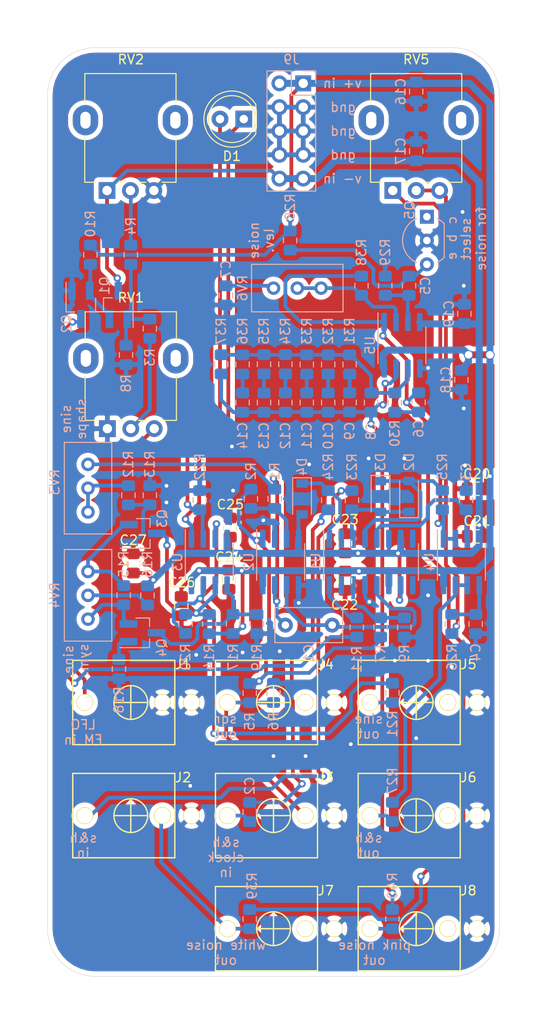
<source format=kicad_pcb>
(kicad_pcb (version 20171130) (host pcbnew 5.1.6-c6e7f7d~87~ubuntu18.04.1)
  (title_block (title "Modulation Source") (date 2020-07-22) (rev 0) (comment 1 creativecommons.org/licenses/by/4.0/) (comment 2 "License: CC by 4.0") (comment 3 "Author: Jordan Aceto"))
  (layers (0 F.Cu signal) (31 B.Cu signal) (34 B.Paste user) (35 F.Paste user) (36 B.SilkS user) (37 F.SilkS user) (38 B.Mask user) (39 F.Mask user) (44 Edge.Cuts user))
  (net 0 "")
  (net 1 "Net-(C1-Pad1)")
  (net 2 GND)
  (net 3 "Net-(C3-Pad2)")
  (net 4 "Net-(C4-Pad1)")
  (net 5 "Net-(C5-Pad1)")
  (net 6 +12V)
  (net 7 -12V)
  (net 8 "Net-(D1-Pad2)")
  (net 9 "Net-(D1-Pad1)")
  (net 10 "Net-(Q1-Pad2)")
  (net 11 "Net-(Q3-Pad2)")
  (net 12 "Net-(Q4-Pad1)")
  (net 13 "Net-(Q4-Pad3)")
  (net 14 "Net-(Q4-Pad2)")
  (net 15 "Net-(Q5-Pad1)")
  (net 16 "Net-(R1-Pad2)")
  (net 17 "Net-(R2-Pad1)")
  (net 18 "Net-(R3-Pad2)")
  (net 19 "Net-(R4-Pad2)")
  (net 20 "Net-(U1-Pad15)")
  (net 21 "Net-(U1-Pad2)")
  (net 22 "Net-(U1-Pad9)")
  (net 23 "Net-(C1-Pad2)")
  (net 24 /sample_and_hold/clock_in)
  (net 25 "Net-(C2-Pad1)")
  (net 26 "Net-(C5-Pad2)")
  (net 27 /noise_source/white_noise)
  (net 28 "Net-(C6-Pad1)")
  (net 29 "Net-(C7-Pad1)")
  (net 30 "Net-(C8-Pad2)")
  (net 31 "Net-(C10-Pad1)")
  (net 32 "Net-(C9-Pad2)")
  (net 33 "Net-(C10-Pad2)")
  (net 34 "Net-(C11-Pad2)")
  (net 35 "Net-(C12-Pad2)")
  (net 36 "Net-(C13-Pad2)")
  (net 37 "Net-(C14-Pad2)")
  (net 38 /noise_source/pink_noise_out)
  (net 39 "Net-(D2-Pad2)")
  (net 40 "Net-(D2-Pad1)")
  (net 41 "Net-(D4-Pad1)")
  (net 42 /LFO/LFO_FM_in)
  (net 43 /sample_and_hold/signal_in)
  (net 44 /white_noise_out)
  (net 45 /LFO_square_out)
  (net 46 "Net-(J4-Pad2)")
  (net 47 "Net-(J5-Pad2)")
  (net 48 /sample_and_hold/signal_out)
  (net 49 "Net-(J6-Pad2)")
  (net 50 "Net-(J7-Pad2)")
  (net 51 "Net-(J8-Pad2)")
  (net 52 "Net-(Q1-Pad1)")
  (net 53 "Net-(Q2-Pad3)")
  (net 54 "Net-(Q3-Pad3)")
  (net 55 "Net-(Q3-Pad1)")
  (net 56 "Net-(R7-Pad1)")
  (net 57 "Net-(R11-Pad2)")
  (net 58 "Net-(R12-Pad1)")
  (net 59 "Net-(R16-Pad2)")
  (net 60 "Net-(R20-Pad1)")
  (net 61 "Net-(R25-Pad1)")
  (net 62 "Net-(R26-Pad2)")
  (net 63 "Net-(R27-Pad2)")
  (net 64 "Net-(R38-Pad2)")
  (net 65 "Net-(U1-Pad8)")
  (net 66 /LFO/LFO_sine_out)
  (module Package_TO_SOT_THT:TO-92_Inline_Wide (layer B.Cu) (at 142.113 68.834 270)
    (fp_text reference Q5 (at -0.6985 1.8415 90) (layer B.SilkS) (effects (justify mirror)))
    (fp_text value BC550)
    (pad 1 thru_hole rect (at 0 0 180) (size 1.5 1.5) (drill 0.8) (layers *.Cu *.Mask) (net 15 "Net-(Q5-Pad1)"))
    (pad 3 thru_hole circle (at 5.08 0 180) (size 1.5 1.5) (drill 0.8) (layers *.Cu *.Mask) (net 5 "Net-(C5-Pad1)"))
    (pad 2 thru_hole circle (at 2.54 0 180) (size 1.5 1.5) (drill 0.8) (layers *.Cu *.Mask) (net 2 GND))
  )
  (module Resistor_SMD:R_0805_2012Metric_Pad1.15x1.40mm_HandSolder (layer B.Cu) (at 139.7 112.64 270)
    (fp_text reference R9 (at 2.785 0 90) (layer B.SilkS) (effects (justify mirror)))
    (fp_text value 10k)
    (pad 2 smd roundrect (at 1.025 0 270) (size 1.15 1.4) (layers B.Cu B.Paste B.Mask) (roundrect_rratio 0.217391) (net 2 GND))
    (pad 1 smd roundrect (at -1.025 0 270) (size 1.15 1.4) (layers B.Cu B.Paste B.Mask) (roundrect_rratio 0.217391) (net 56 "Net-(R7-Pad1)"))
  )
  (module Capacitor_THT:C_Rect_L7.0mm_W3.5mm_P5.00mm (layer B.Cu) (at 127 112.395)
    (fp_text reference C1 (at 2.5 3 90) (layer B.SilkS) (effects (justify mirror)))
    (fp_text value 470nF)
    (pad 2 thru_hole circle (at 5 0) (size 1.6 1.6) (drill 0.8) (layers *.Cu *.Mask) (net 23 "Net-(C1-Pad2)"))
    (pad 1 thru_hole circle (at 0 0) (size 1.6 1.6) (drill 0.8) (layers *.Cu *.Mask) (net 1 "Net-(C1-Pad1)"))
  )
  (module Capacitor_SMD:C_0805_2012Metric_Pad1.15x1.40mm_HandSolder (layer B.Cu) (at 140.97 61.84 270)
    (fp_text reference C17 (at 0 1.65 90) (layer B.SilkS) (effects (justify mirror)))
    (fp_text value 10uF)
    (pad 2 smd roundrect (at 1.025 0 270) (size 1.15 1.4) (layers B.Cu B.Paste B.Mask) (roundrect_rratio 0.217391) (net 7 -12V))
    (pad 1 smd roundrect (at -1.025 0 270) (size 1.15 1.4) (layers B.Cu B.Paste B.Mask) (roundrect_rratio 0.217391) (net 2 GND))
  )
  (module Capacitor_SMD:C_0805_2012Metric_Pad1.15x1.40mm_HandSolder (layer B.Cu) (at 140.97 55.49 270)
    (fp_text reference C16 (at 0 1.65 90) (layer B.SilkS) (effects (justify mirror)))
    (fp_text value 10uF)
    (pad 2 smd roundrect (at 1.025 0 270) (size 1.15 1.4) (layers B.Cu B.Paste B.Mask) (roundrect_rratio 0.217391) (net 2 GND))
    (pad 1 smd roundrect (at -1.025 0 270) (size 1.15 1.4) (layers B.Cu B.Paste B.Mask) (roundrect_rratio 0.217391) (net 6 +12V))
  )
  (module Capacitor_SMD:C_0805_2012Metric_Pad1.15x1.40mm_HandSolder (layer B.Cu) (at 120.65 77.225 270)
    (fp_text reference C7 (at -2.803 0 90) (layer B.SilkS) (effects (justify mirror)))
    (fp_text value 1uF)
    (pad 2 smd roundrect (at 1.025 0 270) (size 1.15 1.4) (layers B.Cu B.Paste B.Mask) (roundrect_rratio 0.217391) (net 2 GND))
    (pad 1 smd roundrect (at -1.025 0 270) (size 1.15 1.4) (layers B.Cu B.Paste B.Mask) (roundrect_rratio 0.217391) (net 29 "Net-(C7-Pad1)"))
  )
  (module Capacitor_SMD:C_0805_2012Metric_Pad1.15x1.40mm_HandSolder (layer B.Cu) (at 141.224 88.637 90)
    (fp_text reference C6 (at -2.803 0 90) (layer B.SilkS) (effects (justify mirror)))
    (fp_text value 10uF)
    (pad 2 smd roundrect (at 1.025 0 90) (size 1.15 1.4) (layers B.Cu B.Paste B.Mask) (roundrect_rratio 0.217391) (net 27 /noise_source/white_noise))
    (pad 1 smd roundrect (at -1.025 0 90) (size 1.15 1.4) (layers B.Cu B.Paste B.Mask) (roundrect_rratio 0.217391) (net 28 "Net-(C6-Pad1)"))
  )
  (module Capacitor_SMD:C_0805_2012Metric_Pad1.15x1.40mm_HandSolder (layer B.Cu) (at 140.208 76.191 270)
    (fp_text reference C5 (at 0.009 -1.7526 90) (layer B.SilkS) (effects (justify mirror)))
    (fp_text value 47uF)
    (pad 2 smd roundrect (at 1.025 0 270) (size 1.15 1.4) (layers B.Cu B.Paste B.Mask) (roundrect_rratio 0.217391) (net 26 "Net-(C5-Pad2)"))
    (pad 1 smd roundrect (at -1.025 0 270) (size 1.15 1.4) (layers B.Cu B.Paste B.Mask) (roundrect_rratio 0.217391) (net 5 "Net-(C5-Pad1)"))
  )
  (module Package_SO:SOIC-8_3.9x4.9mm_P1.27mm (layer B.Cu) (at 139.446 82.55 270)
    (fp_text reference U5 (at 0 3.4 90) (layer B.SilkS) (effects (justify mirror)))
    (fp_text value TL072)
    (pad 8 smd roundrect (at 2.475 1.905 270) (size 1.95 0.6) (layers B.Cu B.Paste B.Mask) (net 6 +12V))
    (pad 7 smd roundrect (at 2.475 0.635 270) (size 1.95 0.6) (layers B.Cu B.Paste B.Mask) (net 31 "Net-(C10-Pad1)"))
    (pad 6 smd roundrect (at 2.475 -0.635 270) (size 1.95 0.6) (layers B.Cu B.Paste B.Mask) (net 30 "Net-(C8-Pad2)"))
    (pad 5 smd roundrect (at 2.475 -1.905 270) (size 1.95 0.6) (layers B.Cu B.Paste B.Mask) (net 2 GND))
    (pad 4 smd roundrect (at -2.475 -1.905 270) (size 1.95 0.6) (layers B.Cu B.Paste B.Mask) (net 7 -12V))
    (pad 3 smd roundrect (at -2.475 -0.635 270) (size 1.95 0.6) (layers B.Cu B.Paste B.Mask) (net 26 "Net-(C5-Pad2)"))
    (pad 2 smd roundrect (at -2.475 0.635 270) (size 1.95 0.6) (layers B.Cu B.Paste B.Mask) (net 64 "Net-(R38-Pad2)"))
    (pad 1 smd roundrect (at -2.475 1.905 270) (size 1.95 0.6) (layers B.Cu B.Paste B.Mask) (net 27 /noise_source/white_noise))
  )
  (module Package_SO:SOIC-8_3.9x4.9mm_P1.27mm (layer B.Cu) (at 145.796 105.664 270)
    (fp_text reference U4 (at 0 3.4 90) (layer B.SilkS) (effects (justify mirror)))
    (fp_text value TL072)
    (pad 8 smd roundrect (at 2.475 1.905 270) (size 1.95 0.6) (layers B.Cu B.Paste B.Mask) (net 6 +12V))
    (pad 7 smd roundrect (at 2.475 0.635 270) (size 1.95 0.6) (layers B.Cu B.Paste B.Mask) (net 63 "Net-(R27-Pad2)"))
    (pad 6 smd roundrect (at 2.475 -0.635 270) (size 1.95 0.6) (layers B.Cu B.Paste B.Mask) (net 63 "Net-(R27-Pad2)"))
    (pad 5 smd roundrect (at 2.475 -1.905 270) (size 1.95 0.6) (layers B.Cu B.Paste B.Mask) (net 4 "Net-(C4-Pad1)"))
    (pad 4 smd roundrect (at -2.475 -1.905 270) (size 1.95 0.6) (layers B.Cu B.Paste B.Mask) (net 7 -12V))
    (pad 3 smd roundrect (at -2.475 -0.635 270) (size 1.95 0.6) (layers B.Cu B.Paste B.Mask) (net 3 "Net-(C3-Pad2)"))
    (pad 2 smd roundrect (at -2.475 0.635 270) (size 1.95 0.6) (layers B.Cu B.Paste B.Mask) (net 61 "Net-(R25-Pad1)"))
    (pad 1 smd roundrect (at -2.475 1.905 270) (size 1.95 0.6) (layers B.Cu B.Paste B.Mask) (net 61 "Net-(R25-Pad1)"))
  )
  (module Package_SO:SOIC-8_3.9x4.9mm_P1.27mm (layer B.Cu) (at 118.872 105.664 270)
    (fp_text reference U3 (at 0 3.4 90) (layer B.SilkS) (effects (justify mirror)))
    (fp_text value TL072)
    (pad 8 smd roundrect (at 2.475 1.905 270) (size 1.95 0.6) (layers B.Cu B.Paste B.Mask) (net 6 +12V))
    (pad 7 smd roundrect (at 2.475 0.635 270) (size 1.95 0.6) (layers B.Cu B.Paste B.Mask) (net 60 "Net-(R20-Pad1)"))
    (pad 6 smd roundrect (at 2.475 -0.635 270) (size 1.95 0.6) (layers B.Cu B.Paste B.Mask) (net 54 "Net-(Q3-Pad3)"))
    (pad 5 smd roundrect (at 2.475 -1.905 270) (size 1.95 0.6) (layers B.Cu B.Paste B.Mask) (net 13 "Net-(Q4-Pad3)"))
    (pad 4 smd roundrect (at -2.475 -1.905 270) (size 1.95 0.6) (layers B.Cu B.Paste B.Mask) (net 7 -12V))
    (pad 3 smd roundrect (at -2.475 -0.635 270) (size 1.95 0.6) (layers B.Cu B.Paste B.Mask) (net 60 "Net-(R20-Pad1)"))
    (pad 2 smd roundrect (at -2.475 0.635 270) (size 1.95 0.6) (layers B.Cu B.Paste B.Mask) (net 8 "Net-(D1-Pad2)"))
    (pad 1 smd roundrect (at -2.475 1.905 270) (size 1.95 0.6) (layers B.Cu B.Paste B.Mask) (net 9 "Net-(D1-Pad1)"))
  )
  (module Package_SO:SOIC-8_3.9x4.9mm_P1.27mm (layer B.Cu) (at 126.492 105.664 270)
    (fp_text reference U2 (at 0 3.4 90) (layer B.SilkS) (effects (justify mirror)))
    (fp_text value TL072)
    (pad 8 smd roundrect (at 2.475 1.905 270) (size 1.95 0.6) (layers B.Cu B.Paste B.Mask) (net 6 +12V))
    (pad 7 smd roundrect (at 2.475 0.635 270) (size 1.95 0.6) (layers B.Cu B.Paste B.Mask) (net 1 "Net-(C1-Pad1)"))
    (pad 6 smd roundrect (at 2.475 -0.635 270) (size 1.95 0.6) (layers B.Cu B.Paste B.Mask) (net 23 "Net-(C1-Pad2)"))
    (pad 5 smd roundrect (at 2.475 -1.905 270) (size 1.95 0.6) (layers B.Cu B.Paste B.Mask) (net 2 GND))
    (pad 4 smd roundrect (at -2.475 -1.905 270) (size 1.95 0.6) (layers B.Cu B.Paste B.Mask) (net 7 -12V))
    (pad 3 smd roundrect (at -2.475 -0.635 270) (size 1.95 0.6) (layers B.Cu B.Paste B.Mask) (net 16 "Net-(R1-Pad2)"))
    (pad 2 smd roundrect (at -2.475 0.635 270) (size 1.95 0.6) (layers B.Cu B.Paste B.Mask) (net 2 GND))
    (pad 1 smd roundrect (at -2.475 1.905 270) (size 1.95 0.6) (layers B.Cu B.Paste B.Mask) (net 17 "Net-(R2-Pad1)"))
  )
  (module Resistor_SMD:R_0805_2012Metric_Pad1.15x1.40mm_HandSolder (layer B.Cu) (at 138.43 143.755 90)
    (fp_text reference R40 (at 3.547 0 90) (layer B.SilkS) (effects (justify mirror)))
    (fp_text value 1k)
    (pad 2 smd roundrect (at 1.025 0 90) (size 1.15 1.4) (layers B.Cu B.Paste B.Mask) (roundrect_rratio 0.217391) (net 31 "Net-(C10-Pad1)"))
    (pad 1 smd roundrect (at -1.025 0 90) (size 1.15 1.4) (layers B.Cu B.Paste B.Mask) (roundrect_rratio 0.217391) (net 38 /noise_source/pink_noise_out))
  )
  (module Package_TO_SOT_SMD:SOT-23_Handsoldering (layer B.Cu) (at 111.736 113.218)
    (fp_text reference Q4 (at 2.056 1.59 90) (layer B.SilkS) (effects (justify mirror)))
    (fp_text value MMBT3904)
    (pad 3 smd rect (at 1.5 0) (size 1.9 0.8) (layers B.Cu B.Paste B.Mask) (net 13 "Net-(Q4-Pad3)"))
    (pad 2 smd rect (at -1.5 -0.95) (size 1.9 0.8) (layers B.Cu B.Paste B.Mask) (net 14 "Net-(Q4-Pad2)"))
    (pad 1 smd rect (at -1.5 0.95) (size 1.9 0.8) (layers B.Cu B.Paste B.Mask) (net 12 "Net-(Q4-Pad1)"))
  )
  (module Package_TO_SOT_SMD:SOT-23_Handsoldering (layer B.Cu) (at 111.784 102.616)
    (fp_text reference Q3 (at 2.056 -1.59 90) (layer B.SilkS) (effects (justify mirror)))
    (fp_text value MMBT3904)
    (pad 3 smd rect (at 1.5 0) (size 1.9 0.8) (layers B.Cu B.Paste B.Mask) (net 54 "Net-(Q3-Pad3)"))
    (pad 2 smd rect (at -1.5 -0.95) (size 1.9 0.8) (layers B.Cu B.Paste B.Mask) (net 11 "Net-(Q3-Pad2)"))
    (pad 1 smd rect (at -1.5 0.95) (size 1.9 0.8) (layers B.Cu B.Paste B.Mask) (net 55 "Net-(Q3-Pad1)"))
  )
  (module Package_TO_SOT_SMD:SOT-23_Handsoldering (layer B.Cu) (at 105.156 78.232 270)
    (fp_text reference Q2 (at 2.032 1.524 270) (layer B.SilkS) (effects (justify mirror)))
    (fp_text value MMBT3906)
    (pad 3 smd rect (at 1.5 0 270) (size 1.9 0.8) (layers B.Cu B.Paste B.Mask) (net 53 "Net-(Q2-Pad3)"))
    (pad 2 smd rect (at -1.5 -0.95 270) (size 1.9 0.8) (layers B.Cu B.Paste B.Mask) (net 10 "Net-(Q1-Pad2)"))
    (pad 1 smd rect (at -1.5 0.95 270) (size 1.9 0.8) (layers B.Cu B.Paste B.Mask) (net 2 GND))
  )
  (module Package_TO_SOT_SMD:SOT-23_Handsoldering (layer B.Cu) (at 109.154 78.256 90)
    (fp_text reference Q1 (at 2.056 -1.458 270) (layer B.SilkS) (effects (justify mirror)))
    (fp_text value MMBT3906)
    (pad 3 smd rect (at 1.5 0 90) (size 1.9 0.8) (layers B.Cu B.Paste B.Mask) (net 7 -12V))
    (pad 2 smd rect (at -1.5 -0.95 90) (size 1.9 0.8) (layers B.Cu B.Paste B.Mask) (net 10 "Net-(Q1-Pad2)"))
    (pad 1 smd rect (at -1.5 0.95 90) (size 1.9 0.8) (layers B.Cu B.Paste B.Mask) (net 52 "Net-(Q1-Pad1)"))
  )
  (module Package_SO:SOIC-16_3.9x9.9mm_P1.27mm (layer B.Cu) (at 136.144 105.664 270)
    (fp_text reference U1 (at 0 5.9 90) (layer B.SilkS) (effects (justify mirror)))
    (fp_text value LM13700)
    (pad 16 smd roundrect (at 2.475 4.445 270) (size 1.95 0.6) (layers B.Cu B.Paste B.Mask) (net 57 "Net-(R11-Pad2)"))
    (pad 15 smd roundrect (at 2.475 3.175 270) (size 1.95 0.6) (layers B.Cu B.Paste B.Mask) (net 20 "Net-(U1-Pad15)"))
    (pad 14 smd roundrect (at 2.475 1.905 270) (size 1.95 0.6) (layers B.Cu B.Paste B.Mask) (net 56 "Net-(R7-Pad1)"))
    (pad 13 smd roundrect (at 2.475 0.635 270) (size 1.95 0.6) (layers B.Cu B.Paste B.Mask) (net 2 GND))
    (pad 12 smd roundrect (at 2.475 -0.635 270) (size 1.95 0.6) (layers B.Cu B.Paste B.Mask) (net 23 "Net-(C1-Pad2)"))
    (pad 11 smd roundrect (at 2.475 -1.905 270) (size 1.95 0.6) (layers B.Cu B.Paste B.Mask) (net 6 +12V))
    (pad 10 smd roundrect (at 2.475 -3.175 270) (size 1.95 0.6) (layers B.Cu B.Paste B.Mask) (net 7 -12V))
    (pad 9 smd roundrect (at 2.475 -4.445 270) (size 1.95 0.6) (layers B.Cu B.Paste B.Mask) (net 22 "Net-(U1-Pad9)"))
    (pad 8 smd roundrect (at -2.475 -4.445 270) (size 1.95 0.6) (layers B.Cu B.Paste B.Mask) (net 65 "Net-(U1-Pad8)"))
    (pad 7 smd roundrect (at -2.475 -3.175 270) (size 1.95 0.6) (layers B.Cu B.Paste B.Mask) (net 7 -12V))
    (pad 6 smd roundrect (at -2.475 -1.905 270) (size 1.95 0.6) (layers B.Cu B.Paste B.Mask) (net 7 -12V))
    (pad 5 smd roundrect (at -2.475 -0.635 270) (size 1.95 0.6) (layers B.Cu B.Paste B.Mask) (net 3 "Net-(C3-Pad2)"))
    (pad 4 smd roundrect (at -2.475 0.635 270) (size 1.95 0.6) (layers B.Cu B.Paste B.Mask) (net 39 "Net-(D2-Pad2)"))
    (pad 3 smd roundrect (at -2.475 1.905 270) (size 1.95 0.6) (layers B.Cu B.Paste B.Mask) (net 40 "Net-(D2-Pad1)"))
    (pad 2 smd roundrect (at -2.475 3.175 270) (size 1.95 0.6) (layers B.Cu B.Paste B.Mask) (net 21 "Net-(U1-Pad2)"))
    (pad 1 smd roundrect (at -2.475 4.445 270) (size 1.95 0.6) (layers B.Cu B.Paste B.Mask) (net 41 "Net-(D4-Pad1)"))
  )
  (module Potentiometer_THT:Potentiometer_Bourns_3296W_Vertical (layer B.Cu) (at 130.81 76.454)
    (fp_text reference RV6 (at -8.382 0 270) (layer B.SilkS) (effects (justify mirror)))
    (fp_text value 5k)
    (pad 3 thru_hole circle (at -5.08 0) (size 1.44 1.44) (drill 0.8) (layers *.Cu *.Mask) (net 29 "Net-(C7-Pad1)"))
    (pad 2 thru_hole circle (at -2.54 0) (size 1.44 1.44) (drill 0.8) (layers *.Cu *.Mask) (net 64 "Net-(R38-Pad2)"))
    (pad 1 thru_hole circle (at 0 0) (size 1.44 1.44) (drill 0.8) (layers *.Cu *.Mask) (net 64 "Net-(R38-Pad2)"))
  )
  (module Potentiometer_THT:Potentiometer_Alpha_RD901F-40-00D_Single_Vertical (layer F.Cu) (at 138.47 66.04 90)
    (fp_text reference RV5 (at 13.97 2.5) (layer F.SilkS))
    (fp_text value 1MA)
    (pad "" thru_hole oval (at 7.5 -2.3 180) (size 2.72 3.24) (drill oval 1.1 1.8) (layers *.Cu *.Mask))
    (pad "" thru_hole oval (at 7.5 7.3 180) (size 2.72 3.24) (drill oval 1.1 1.8) (layers *.Cu *.Mask))
    (pad 3 thru_hole circle (at 0 5 180) (size 1.8 1.8) (drill 1) (layers *.Cu *.Mask) (net 62 "Net-(R26-Pad2)"))
    (pad 2 thru_hole circle (at 0 2.5 180) (size 1.8 1.8) (drill 1) (layers *.Cu *.Mask) (net 62 "Net-(R26-Pad2)"))
    (pad 1 thru_hole rect (at 0 0 180) (size 1.8 1.8) (drill 1) (layers *.Cu *.Mask) (net 61 "Net-(R25-Pad1)"))
  )
  (module Potentiometer_THT:Potentiometer_Bourns_3296W_Vertical (layer B.Cu) (at 105.918 111.76 270)
    (fp_text reference RV4 (at -2.54 3.556 270) (layer B.SilkS) (effects (justify mirror)))
    (fp_text value 50k)
    (pad 3 thru_hole circle (at -5.08 0 270) (size 1.44 1.44) (drill 0.8) (layers *.Cu *.Mask) (net 11 "Net-(Q3-Pad2)"))
    (pad 2 thru_hole circle (at -2.54 0 270) (size 1.44 1.44) (drill 0.8) (layers *.Cu *.Mask) (net 59 "Net-(R16-Pad2)"))
    (pad 1 thru_hole circle (at 0 0 270) (size 1.44 1.44) (drill 0.8) (layers *.Cu *.Mask) (net 14 "Net-(Q4-Pad2)"))
  )
  (module Potentiometer_THT:Potentiometer_Bourns_3296W_Vertical (layer B.Cu) (at 105.918 100.33 270)
    (fp_text reference RV3 (at -3.175 3.556 270) (layer B.SilkS) (effects (justify mirror)))
    (fp_text value 50k)
    (pad 3 thru_hole circle (at -5.08 0 270) (size 1.44 1.44) (drill 0.8) (layers *.Cu *.Mask) (net 1 "Net-(C1-Pad1)"))
    (pad 2 thru_hole circle (at -2.54 0 270) (size 1.44 1.44) (drill 0.8) (layers *.Cu *.Mask) (net 58 "Net-(R12-Pad1)"))
    (pad 1 thru_hole circle (at 0 0 270) (size 1.44 1.44) (drill 0.8) (layers *.Cu *.Mask) (net 58 "Net-(R12-Pad1)"))
  )
  (module Potentiometer_THT:Potentiometer_Alpha_RD901F-40-00D_Single_Vertical (layer F.Cu) (at 107.95 66.04 90)
    (fp_text reference RV2 (at 13.97 2.54) (layer F.SilkS))
    (fp_text value 100k)
    (pad "" thru_hole oval (at 7.5 -2.3 180) (size 2.72 3.24) (drill oval 1.1 1.8) (layers *.Cu *.Mask))
    (pad "" thru_hole oval (at 7.5 7.3 180) (size 2.72 3.24) (drill oval 1.1 1.8) (layers *.Cu *.Mask))
    (pad 3 thru_hole circle (at 0 5 180) (size 1.8 1.8) (drill 1) (layers *.Cu *.Mask) (net 2 GND))
    (pad 2 thru_hole circle (at 0 2.5 180) (size 1.8 1.8) (drill 1) (layers *.Cu *.Mask) (net 19 "Net-(R4-Pad2)"))
    (pad 1 thru_hole rect (at 0 0 180) (size 1.8 1.8) (drill 1) (layers *.Cu *.Mask) (net 7 -12V))
  )
  (module Potentiometer_THT:Potentiometer_Alpha_RD901F-40-00D_Single_Vertical (layer F.Cu) (at 107.99 91.44 90)
    (fp_text reference RV1 (at 13.97 2.5) (layer F.SilkS))
    (fp_text value 100k)
    (pad "" thru_hole oval (at 7.5 -2.3 180) (size 2.72 3.24) (drill oval 1.1 1.8) (layers *.Cu *.Mask))
    (pad "" thru_hole oval (at 7.5 7.3 180) (size 2.72 3.24) (drill oval 1.1 1.8) (layers *.Cu *.Mask))
    (pad 3 thru_hole circle (at 0 5 180) (size 1.8 1.8) (drill 1) (layers *.Cu *.Mask) (net 42 /LFO/LFO_FM_in))
    (pad 2 thru_hole circle (at 0 2.5 180) (size 1.8 1.8) (drill 1) (layers *.Cu *.Mask) (net 18 "Net-(R3-Pad2)"))
    (pad 1 thru_hole rect (at 0 0 180) (size 1.8 1.8) (drill 1) (layers *.Cu *.Mask) (net 2 GND))
  )
  (module Resistor_SMD:R_0805_2012Metric_Pad1.15x1.40mm_HandSolder (layer B.Cu) (at 123.19 143.755 90)
    (fp_text reference R39 (at 3.547 0.254 90) (layer B.SilkS) (effects (justify mirror)))
    (fp_text value 1k)
    (pad 2 smd roundrect (at 1.025 0 90) (size 1.15 1.4) (layers B.Cu B.Paste B.Mask) (roundrect_rratio 0.217391) (net 27 /noise_source/white_noise))
    (pad 1 smd roundrect (at -1.025 0 90) (size 1.15 1.4) (layers B.Cu B.Paste B.Mask) (roundrect_rratio 0.217391) (net 44 /white_noise_out))
  )
  (module Resistor_SMD:R_0805_2012Metric_Pad1.15x1.40mm_HandSolder (layer B.Cu) (at 135.128 76.191 270)
    (fp_text reference R38 (at -3.556 0 90) (layer B.SilkS) (effects (justify mirror)))
    (fp_text value 4M7)
    (pad 2 smd roundrect (at 1.025 0 270) (size 1.15 1.4) (layers B.Cu B.Paste B.Mask) (roundrect_rratio 0.217391) (net 64 "Net-(R38-Pad2)"))
    (pad 1 smd roundrect (at -1.025 0 270) (size 1.15 1.4) (layers B.Cu B.Paste B.Mask) (roundrect_rratio 0.217391) (net 27 /noise_source/white_noise))
  )
  (module Resistor_SMD:R_0805_2012Metric_Pad1.15x1.40mm_HandSolder (layer B.Cu) (at 120.142 84.582 90)
    (fp_text reference R37 (at 3.556 0 90) (layer B.SilkS) (effects (justify mirror)))
    (fp_text value 1M8)
    (pad 2 smd roundrect (at 1.025 0 90) (size 1.15 1.4) (layers B.Cu B.Paste B.Mask) (roundrect_rratio 0.217391) (net 30 "Net-(C8-Pad2)"))
    (pad 1 smd roundrect (at -1.025 0 90) (size 1.15 1.4) (layers B.Cu B.Paste B.Mask) (roundrect_rratio 0.217391) (net 31 "Net-(C10-Pad1)"))
  )
  (module Resistor_SMD:R_0805_2012Metric_Pad1.15x1.40mm_HandSolder (layer B.Cu) (at 122.428 84.591 90)
    (fp_text reference R36 (at 3.565 0 90) (layer B.SilkS) (effects (justify mirror)))
    (fp_text value 1M)
    (pad 2 smd roundrect (at 1.025 0 90) (size 1.15 1.4) (layers B.Cu B.Paste B.Mask) (roundrect_rratio 0.217391) (net 30 "Net-(C8-Pad2)"))
    (pad 1 smd roundrect (at -1.025 0 90) (size 1.15 1.4) (layers B.Cu B.Paste B.Mask) (roundrect_rratio 0.217391) (net 37 "Net-(C14-Pad2)"))
  )
  (module Resistor_SMD:R_0805_2012Metric_Pad1.15x1.40mm_HandSolder (layer B.Cu) (at 124.714 84.573 90)
    (fp_text reference R35 (at 3.547 0 90) (layer B.SilkS) (effects (justify mirror)))
    (fp_text value 330k)
    (pad 2 smd roundrect (at 1.025 0 90) (size 1.15 1.4) (layers B.Cu B.Paste B.Mask) (roundrect_rratio 0.217391) (net 30 "Net-(C8-Pad2)"))
    (pad 1 smd roundrect (at -1.025 0 90) (size 1.15 1.4) (layers B.Cu B.Paste B.Mask) (roundrect_rratio 0.217391) (net 36 "Net-(C13-Pad2)"))
  )
  (module Resistor_SMD:R_0805_2012Metric_Pad1.15x1.40mm_HandSolder (layer B.Cu) (at 127 84.573 90)
    (fp_text reference R34 (at 3.547 0 90) (layer B.SilkS) (effects (justify mirror)))
    (fp_text value 100k)
    (pad 2 smd roundrect (at 1.025 0 90) (size 1.15 1.4) (layers B.Cu B.Paste B.Mask) (roundrect_rratio 0.217391) (net 30 "Net-(C8-Pad2)"))
    (pad 1 smd roundrect (at -1.025 0 90) (size 1.15 1.4) (layers B.Cu B.Paste B.Mask) (roundrect_rratio 0.217391) (net 35 "Net-(C12-Pad2)"))
  )
  (module Resistor_SMD:R_0805_2012Metric_Pad1.15x1.40mm_HandSolder (layer B.Cu) (at 129.286 84.591 90)
    (fp_text reference R33 (at 3.565 0 90) (layer B.SilkS) (effects (justify mirror)))
    (fp_text value 33k)
    (pad 2 smd roundrect (at 1.025 0 90) (size 1.15 1.4) (layers B.Cu B.Paste B.Mask) (roundrect_rratio 0.217391) (net 30 "Net-(C8-Pad2)"))
    (pad 1 smd roundrect (at -1.025 0 90) (size 1.15 1.4) (layers B.Cu B.Paste B.Mask) (roundrect_rratio 0.217391) (net 34 "Net-(C11-Pad2)"))
  )
  (module Resistor_SMD:R_0805_2012Metric_Pad1.15x1.40mm_HandSolder (layer B.Cu) (at 131.572 84.591 90)
    (fp_text reference R32 (at 3.565 0 90) (layer B.SilkS) (effects (justify mirror)))
    (fp_text value 10k)
    (pad 2 smd roundrect (at 1.025 0 90) (size 1.15 1.4) (layers B.Cu B.Paste B.Mask) (roundrect_rratio 0.217391) (net 30 "Net-(C8-Pad2)"))
    (pad 1 smd roundrect (at -1.025 0 90) (size 1.15 1.4) (layers B.Cu B.Paste B.Mask) (roundrect_rratio 0.217391) (net 33 "Net-(C10-Pad2)"))
  )
  (module Resistor_SMD:R_0805_2012Metric_Pad1.15x1.40mm_HandSolder (layer B.Cu) (at 133.858 84.591 90)
    (fp_text reference R31 (at 3.565 0 90) (layer B.SilkS) (effects (justify mirror)))
    (fp_text value 3k3)
    (pad 2 smd roundrect (at 1.025 0 90) (size 1.15 1.4) (layers B.Cu B.Paste B.Mask) (roundrect_rratio 0.217391) (net 30 "Net-(C8-Pad2)"))
    (pad 1 smd roundrect (at -1.025 0 90) (size 1.15 1.4) (layers B.Cu B.Paste B.Mask) (roundrect_rratio 0.217391) (net 32 "Net-(C9-Pad2)"))
  )
  (module Resistor_SMD:R_0805_2012Metric_Pad1.15x1.40mm_HandSolder (layer B.Cu) (at 138.684 88.655 270)
    (fp_text reference R30 (at 3.293 0 90) (layer B.SilkS) (effects (justify mirror)))
    (fp_text value 10k)
    (pad 2 smd roundrect (at 1.025 0 270) (size 1.15 1.4) (layers B.Cu B.Paste B.Mask) (roundrect_rratio 0.217391) (net 28 "Net-(C6-Pad1)"))
    (pad 1 smd roundrect (at -1.025 0 270) (size 1.15 1.4) (layers B.Cu B.Paste B.Mask) (roundrect_rratio 0.217391) (net 30 "Net-(C8-Pad2)"))
  )
  (module Resistor_SMD:R_0805_2012Metric_Pad1.15x1.40mm_HandSolder (layer B.Cu) (at 137.668 76.191 270)
    (fp_text reference R29 (at -3.565 0 90) (layer B.SilkS) (effects (justify mirror)))
    (fp_text value 1M)
    (pad 2 smd roundrect (at 1.025 0 270) (size 1.15 1.4) (layers B.Cu B.Paste B.Mask) (roundrect_rratio 0.217391) (net 26 "Net-(C5-Pad2)"))
    (pad 1 smd roundrect (at -1.025 0 270) (size 1.15 1.4) (layers B.Cu B.Paste B.Mask) (roundrect_rratio 0.217391) (net 2 GND))
  )
  (module Resistor_SMD:R_0805_2012Metric_Pad1.15x1.40mm_HandSolder (layer B.Cu) (at 127.508 71.374 270)
    (fp_text reference R28 (at -3.565 0 90) (layer B.SilkS) (effects (justify mirror)))
    (fp_text value 150k)
    (pad 2 smd roundrect (at 1.025 0 270) (size 1.15 1.4) (layers B.Cu B.Paste B.Mask) (roundrect_rratio 0.217391) (net 5 "Net-(C5-Pad1)"))
    (pad 1 smd roundrect (at -1.025 0 270) (size 1.15 1.4) (layers B.Cu B.Paste B.Mask) (roundrect_rratio 0.217391) (net 6 +12V))
  )
  (module Resistor_SMD:R_0805_2012Metric_Pad1.15x1.40mm_HandSolder (layer B.Cu) (at 138.43 132.325 90)
    (fp_text reference R27 (at 3.293 0 90) (layer B.SilkS) (effects (justify mirror)))
    (fp_text value 1k)
    (pad 2 smd roundrect (at 1.025 0 90) (size 1.15 1.4) (layers B.Cu B.Paste B.Mask) (roundrect_rratio 0.217391) (net 63 "Net-(R27-Pad2)"))
    (pad 1 smd roundrect (at -1.025 0 90) (size 1.15 1.4) (layers B.Cu B.Paste B.Mask) (roundrect_rratio 0.217391) (net 48 /sample_and_hold/signal_out))
  )
  (module Resistor_SMD:R_0805_2012Metric_Pad1.15x1.40mm_HandSolder (layer B.Cu) (at 144.78 112.277 270)
    (fp_text reference R26 (at 3.547 0 90) (layer B.SilkS) (effects (justify mirror)))
    (fp_text value 1k)
    (pad 2 smd roundrect (at 1.025 0 270) (size 1.15 1.4) (layers B.Cu B.Paste B.Mask) (roundrect_rratio 0.217391) (net 62 "Net-(R26-Pad2)"))
    (pad 1 smd roundrect (at -1.025 0 270) (size 1.15 1.4) (layers B.Cu B.Paste B.Mask) (roundrect_rratio 0.217391) (net 4 "Net-(C4-Pad1)"))
  )
  (module Resistor_SMD:R_0805_2012Metric_Pad1.15x1.40mm_HandSolder (layer B.Cu) (at 143.764 99.051 90)
    (fp_text reference R25 (at 3.547 0 90) (layer B.SilkS) (effects (justify mirror)))
    (fp_text value 33k)
    (pad 2 smd roundrect (at 1.025 0 90) (size 1.15 1.4) (layers B.Cu B.Paste B.Mask) (roundrect_rratio 0.217391) (net 39 "Net-(D2-Pad2)"))
    (pad 1 smd roundrect (at -1.025 0 90) (size 1.15 1.4) (layers B.Cu B.Paste B.Mask) (roundrect_rratio 0.217391) (net 61 "Net-(R25-Pad1)"))
  )
  (module Resistor_SMD:R_0805_2012Metric_Pad1.15x1.40mm_HandSolder (layer B.Cu) (at 131.572 99.069 270)
    (fp_text reference R24 (at -3.565 0 90) (layer B.SilkS) (effects (justify mirror)))
    (fp_text value 33k)
    (pad 2 smd roundrect (at 1.025 0 270) (size 1.15 1.4) (layers B.Cu B.Paste B.Mask) (roundrect_rratio 0.217391) (net 25 "Net-(C2-Pad1)"))
    (pad 1 smd roundrect (at -1.025 0 270) (size 1.15 1.4) (layers B.Cu B.Paste B.Mask) (roundrect_rratio 0.217391) (net 41 "Net-(D4-Pad1)"))
  )
  (module Resistor_SMD:R_0805_2012Metric_Pad1.15x1.40mm_HandSolder (layer B.Cu) (at 134.112 99.069 90)
    (fp_text reference R23 (at 3.556 0 90) (layer B.SilkS) (effects (justify mirror)))
    (fp_text value 33k)
    (pad 2 smd roundrect (at 1.025 0 90) (size 1.15 1.4) (layers B.Cu B.Paste B.Mask) (roundrect_rratio 0.217391) (net 43 /sample_and_hold/signal_in))
    (pad 1 smd roundrect (at -1.025 0 90) (size 1.15 1.4) (layers B.Cu B.Paste B.Mask) (roundrect_rratio 0.217391) (net 40 "Net-(D2-Pad1)"))
  )
  (module Resistor_SMD:R_0805_2012Metric_Pad1.15x1.40mm_HandSolder (layer B.Cu) (at 117.856 99.069 270)
    (fp_text reference R22 (at -3.565 0 90) (layer B.SilkS) (effects (justify mirror)))
    (fp_text value 3k3)
    (pad 2 smd roundrect (at 1.025 0 270) (size 1.15 1.4) (layers B.Cu B.Paste B.Mask) (roundrect_rratio 0.217391) (net 8 "Net-(D1-Pad2)"))
    (pad 1 smd roundrect (at -1.025 0 270) (size 1.15 1.4) (layers B.Cu B.Paste B.Mask) (roundrect_rratio 0.217391) (net 2 GND))
  )
  (module Resistor_SMD:R_0805_2012Metric_Pad1.15x1.40mm_HandSolder (layer B.Cu) (at 138.43 119.625 90)
    (fp_text reference R21 (at -3.311 0 90) (layer B.SilkS) (effects (justify mirror)))
    (fp_text value 1k)
    (pad 2 smd roundrect (at 1.025 0 90) (size 1.15 1.4) (layers B.Cu B.Paste B.Mask) (roundrect_rratio 0.217391) (net 60 "Net-(R20-Pad1)"))
    (pad 1 smd roundrect (at -1.025 0 90) (size 1.15 1.4) (layers B.Cu B.Paste B.Mask) (roundrect_rratio 0.217391) (net 66 /LFO/LFO_sine_out))
  )
  (module Resistor_SMD:R_0805_2012Metric_Pad1.15x1.40mm_HandSolder (layer B.Cu) (at 116.332 112.259 90)
    (fp_text reference R20 (at -3.547 0 90) (layer B.SilkS) (effects (justify mirror)))
    (fp_text value 15k)
    (pad 2 smd roundrect (at 1.025 0 90) (size 1.15 1.4) (layers B.Cu B.Paste B.Mask) (roundrect_rratio 0.217391) (net 54 "Net-(Q3-Pad3)"))
    (pad 1 smd roundrect (at -1.025 0 90) (size 1.15 1.4) (layers B.Cu B.Paste B.Mask) (roundrect_rratio 0.217391) (net 60 "Net-(R20-Pad1)"))
  )
  (module Resistor_SMD:R_0805_2012Metric_Pad1.15x1.40mm_HandSolder (layer B.Cu) (at 123.952 112.277 90)
    (fp_text reference R19 (at -3.565 0 90) (layer B.SilkS) (effects (justify mirror)))
    (fp_text value 15k)
    (pad 2 smd roundrect (at 1.025 0 90) (size 1.15 1.4) (layers B.Cu B.Paste B.Mask) (roundrect_rratio 0.217391) (net 13 "Net-(Q4-Pad3)"))
    (pad 1 smd roundrect (at -1.025 0 90) (size 1.15 1.4) (layers B.Cu B.Paste B.Mask) (roundrect_rratio 0.217391) (net 2 GND))
  )
  (module Resistor_SMD:R_0805_2012Metric_Pad1.15x1.40mm_HandSolder (layer B.Cu) (at 109.22 117.085 90)
    (fp_text reference R18 (at -3.293 0 90) (layer B.SilkS) (effects (justify mirror)))
    (fp_text value 2k2)
    (pad 2 smd roundrect (at 1.025 0 90) (size 1.15 1.4) (layers B.Cu B.Paste B.Mask) (roundrect_rratio 0.217391) (net 12 "Net-(Q4-Pad1)"))
    (pad 1 smd roundrect (at -1.025 0 90) (size 1.15 1.4) (layers B.Cu B.Paste B.Mask) (roundrect_rratio 0.217391) (net 2 GND))
  )
  (module Resistor_SMD:R_0805_2012Metric_Pad1.15x1.40mm_HandSolder (layer B.Cu) (at 121.412 112.268 270)
    (fp_text reference R17 (at 3.547 0 90) (layer B.SilkS) (effects (justify mirror)))
    (fp_text value 10k)
    (pad 2 smd roundrect (at 1.025 0 270) (size 1.15 1.4) (layers B.Cu B.Paste B.Mask) (roundrect_rratio 0.217391) (net 6 +12V))
    (pad 1 smd roundrect (at -1.025 0 270) (size 1.15 1.4) (layers B.Cu B.Paste B.Mask) (roundrect_rratio 0.217391) (net 13 "Net-(Q4-Pad3)"))
  )
  (module Resistor_SMD:R_0805_2012Metric_Pad1.15x1.40mm_HandSolder (layer B.Cu) (at 112.268 109.229 270)
    (fp_text reference R16 (at -3.311 0 90) (layer B.SilkS) (effects (justify mirror)))
    (fp_text value 18k)
    (pad 2 smd roundrect (at 1.025 0 270) (size 1.15 1.4) (layers B.Cu B.Paste B.Mask) (roundrect_rratio 0.217391) (net 59 "Net-(R16-Pad2)"))
    (pad 1 smd roundrect (at -1.025 0 270) (size 1.15 1.4) (layers B.Cu B.Paste B.Mask) (roundrect_rratio 0.217391) (net 7 -12V))
  )
  (module Resistor_SMD:R_0805_2012Metric_Pad1.15x1.40mm_HandSolder (layer B.Cu) (at 109.728 109.211 270)
    (fp_text reference R15 (at -3.293 0 90) (layer B.SilkS) (effects (justify mirror)))
    (fp_text value 390)
    (pad 2 smd roundrect (at 1.025 0 270) (size 1.15 1.4) (layers B.Cu B.Paste B.Mask) (roundrect_rratio 0.217391) (net 14 "Net-(Q4-Pad2)"))
    (pad 1 smd roundrect (at -1.025 0 270) (size 1.15 1.4) (layers B.Cu B.Paste B.Mask) (roundrect_rratio 0.217391) (net 11 "Net-(Q3-Pad2)"))
  )
  (module Resistor_SMD:R_0805_2012Metric_Pad1.15x1.40mm_HandSolder (layer B.Cu) (at 118.872 112.277 270)
    (fp_text reference R14 (at 3.547 0 90) (layer B.SilkS) (effects (justify mirror)))
    (fp_text value 10k)
    (pad 2 smd roundrect (at 1.025 0 270) (size 1.15 1.4) (layers B.Cu B.Paste B.Mask) (roundrect_rratio 0.217391) (net 6 +12V))
    (pad 1 smd roundrect (at -1.025 0 270) (size 1.15 1.4) (layers B.Cu B.Paste B.Mask) (roundrect_rratio 0.217391) (net 54 "Net-(Q3-Pad3)"))
  )
  (module Resistor_SMD:R_0805_2012Metric_Pad1.15x1.40mm_HandSolder (layer B.Cu) (at 112.522 98.543 270)
    (fp_text reference R13 (at -3.311 0 90) (layer B.SilkS) (effects (justify mirror)))
    (fp_text value 2k2)
    (pad 2 smd roundrect (at 1.025 0 270) (size 1.15 1.4) (layers B.Cu B.Paste B.Mask) (roundrect_rratio 0.217391) (net 55 "Net-(Q3-Pad1)"))
    (pad 1 smd roundrect (at -1.025 0 270) (size 1.15 1.4) (layers B.Cu B.Paste B.Mask) (roundrect_rratio 0.217391) (net 2 GND))
  )
  (module Resistor_SMD:R_0805_2012Metric_Pad1.15x1.40mm_HandSolder (layer B.Cu) (at 110.236 98.543 270)
    (fp_text reference R12 (at -3.311 0 90) (layer B.SilkS) (effects (justify mirror)))
    (fp_text value 27k)
    (pad 2 smd roundrect (at 1.025 0 270) (size 1.15 1.4) (layers B.Cu B.Paste B.Mask) (roundrect_rratio 0.217391) (net 55 "Net-(Q3-Pad1)"))
    (pad 1 smd roundrect (at -1.025 0 270) (size 1.15 1.4) (layers B.Cu B.Paste B.Mask) (roundrect_rratio 0.217391) (net 58 "Net-(R12-Pad1)"))
  )
  (module Resistor_SMD:R_0805_2012Metric_Pad1.15x1.40mm_HandSolder (layer B.Cu) (at 134.62 112.64 90)
    (fp_text reference R11 (at -3.42 0 90) (layer B.SilkS) (effects (justify mirror)))
    (fp_text value 12k)
    (pad 2 smd roundrect (at 1.025 0 90) (size 1.15 1.4) (layers B.Cu B.Paste B.Mask) (roundrect_rratio 0.217391) (net 57 "Net-(R11-Pad2)"))
    (pad 1 smd roundrect (at -1.025 0 90) (size 1.15 1.4) (layers B.Cu B.Paste B.Mask) (roundrect_rratio 0.217391) (net 53 "Net-(Q2-Pad3)"))
  )
  (module Resistor_SMD:R_0805_2012Metric_Pad1.15x1.40mm_HandSolder (layer B.Cu) (at 106.172 72.889 270)
    (fp_text reference R10 (at -3.293 0 90) (layer B.SilkS) (effects (justify mirror)))
    (fp_text value 12k)
    (pad 2 smd roundrect (at 1.025 0 270) (size 1.15 1.4) (layers B.Cu B.Paste B.Mask) (roundrect_rratio 0.217391) (net 10 "Net-(Q1-Pad2)"))
    (pad 1 smd roundrect (at -1.025 0 270) (size 1.15 1.4) (layers B.Cu B.Paste B.Mask) (roundrect_rratio 0.217391) (net 6 +12V))
  )
  (module Resistor_SMD:R_0805_2012Metric_Pad1.15x1.40mm_HandSolder (layer B.Cu) (at 109.982 83.575 270)
    (fp_text reference R8 (at 3.039 0 90) (layer B.SilkS) (effects (justify mirror)))
    (fp_text value 2k2)
    (pad 2 smd roundrect (at 1.025 0 270) (size 1.15 1.4) (layers B.Cu B.Paste B.Mask) (roundrect_rratio 0.217391) (net 2 GND))
    (pad 1 smd roundrect (at -1.025 0 270) (size 1.15 1.4) (layers B.Cu B.Paste B.Mask) (roundrect_rratio 0.217391) (net 52 "Net-(Q1-Pad1)"))
  )
  (module Resistor_SMD:R_0805_2012Metric_Pad1.15x1.40mm_HandSolder (layer B.Cu) (at 137.16 112.64 270)
    (fp_text reference R7 (at 2.785 0 90) (layer B.SilkS) (effects (justify mirror)))
    (fp_text value 33k)
    (pad 2 smd roundrect (at 1.025 0 270) (size 1.15 1.4) (layers B.Cu B.Paste B.Mask) (roundrect_rratio 0.217391) (net 17 "Net-(R2-Pad1)"))
    (pad 1 smd roundrect (at -1.025 0 270) (size 1.15 1.4) (layers B.Cu B.Paste B.Mask) (roundrect_rratio 0.217391) (net 56 "Net-(R7-Pad1)"))
  )
  (module Resistor_SMD:R_0805_2012Metric_Pad1.15x1.40mm_HandSolder (layer B.Cu) (at 125.73 119.625 90)
    (fp_text reference R6 (at -3.057 0 90) (layer B.SilkS) (effects (justify mirror)))
    (fp_text value 2k)
    (pad 2 smd roundrect (at 1.025 0 90) (size 1.15 1.4) (layers B.Cu B.Paste B.Mask) (roundrect_rratio 0.217391) (net 2 GND))
    (pad 1 smd roundrect (at -1.025 0 90) (size 1.15 1.4) (layers B.Cu B.Paste B.Mask) (roundrect_rratio 0.217391) (net 45 /LFO_square_out))
  )
  (module Resistor_SMD:R_0805_2012Metric_Pad1.15x1.40mm_HandSolder (layer B.Cu) (at 123.19 119.643 90)
    (fp_text reference R5 (at -3.039 0 90) (layer B.SilkS) (effects (justify mirror)))
    (fp_text value 2k)
    (pad 2 smd roundrect (at 1.025 0 90) (size 1.15 1.4) (layers B.Cu B.Paste B.Mask) (roundrect_rratio 0.217391) (net 17 "Net-(R2-Pad1)"))
    (pad 1 smd roundrect (at -1.025 0 90) (size 1.15 1.4) (layers B.Cu B.Paste B.Mask) (roundrect_rratio 0.217391) (net 45 /LFO_square_out))
  )
  (module Resistor_SMD:R_0805_2012Metric_Pad1.15x1.40mm_HandSolder (layer B.Cu) (at 110.49 72.889 90)
    (fp_text reference R4 (at 3.057 0 90) (layer B.SilkS) (effects (justify mirror)))
    (fp_text value 120k)
    (pad 2 smd roundrect (at 1.025 0 90) (size 1.15 1.4) (layers B.Cu B.Paste B.Mask) (roundrect_rratio 0.217391) (net 19 "Net-(R4-Pad2)"))
    (pad 1 smd roundrect (at -1.025 0 90) (size 1.15 1.4) (layers B.Cu B.Paste B.Mask) (roundrect_rratio 0.217391) (net 52 "Net-(Q1-Pad1)"))
  )
  (module Resistor_SMD:R_0805_2012Metric_Pad1.15x1.40mm_HandSolder (layer B.Cu) (at 112.522 80.781 270)
    (fp_text reference R3 (at 3.057 0 90) (layer B.SilkS) (effects (justify mirror)))
    (fp_text value 100k)
    (pad 2 smd roundrect (at 1.025 0 270) (size 1.15 1.4) (layers B.Cu B.Paste B.Mask) (roundrect_rratio 0.217391) (net 18 "Net-(R3-Pad2)"))
    (pad 1 smd roundrect (at -1.025 0 270) (size 1.15 1.4) (layers B.Cu B.Paste B.Mask) (roundrect_rratio 0.217391) (net 52 "Net-(Q1-Pad1)"))
  )
  (module Resistor_SMD:R_0805_2012Metric_Pad1.15x1.40mm_HandSolder (layer B.Cu) (at 123.317 98.924 270)
    (fp_text reference R2 (at -2.93 0 90) (layer B.SilkS) (effects (justify mirror)))
    (fp_text value 220k)
    (pad 2 smd roundrect (at 1.025 0 270) (size 1.15 1.4) (layers B.Cu B.Paste B.Mask) (roundrect_rratio 0.217391) (net 16 "Net-(R1-Pad2)"))
    (pad 1 smd roundrect (at -1.025 0 270) (size 1.15 1.4) (layers B.Cu B.Paste B.Mask) (roundrect_rratio 0.217391) (net 17 "Net-(R2-Pad1)"))
  )
  (module Resistor_SMD:R_0805_2012Metric_Pad1.15x1.40mm_HandSolder (layer B.Cu) (at 125.857 98.924 270)
    (fp_text reference R1 (at -2.93 0 90) (layer B.SilkS) (effects (justify mirror)))
    (fp_text value 100k)
    (pad 2 smd roundrect (at 1.025 0 270) (size 1.15 1.4) (layers B.Cu B.Paste B.Mask) (roundrect_rratio 0.217391) (net 16 "Net-(R1-Pad2)"))
    (pad 1 smd roundrect (at -1.025 0 270) (size 1.15 1.4) (layers B.Cu B.Paste B.Mask) (roundrect_rratio 0.217391) (net 1 "Net-(C1-Pad1)"))
  )
  (module Connector_PinHeader_2.54mm:PinHeader_2x05_P2.54mm_Vertical (layer B.Cu) (at 128.905 54.61 180)
    (fp_text reference J9 (at 1.27 2.54) (layer B.SilkS) (effects (justify mirror)))
    (fp_text value power_in)
    (pad 10 thru_hole oval (at 2.54 -10.16 180) (size 1.7 1.7) (drill 1) (layers *.Cu *.Mask) (net 7 -12V))
    (pad 9 thru_hole oval (at 0 -10.16 180) (size 1.7 1.7) (drill 1) (layers *.Cu *.Mask) (net 7 -12V))
    (pad 8 thru_hole oval (at 2.54 -7.62 180) (size 1.7 1.7) (drill 1) (layers *.Cu *.Mask) (net 2 GND))
    (pad 7 thru_hole oval (at 0 -7.62 180) (size 1.7 1.7) (drill 1) (layers *.Cu *.Mask) (net 2 GND))
    (pad 6 thru_hole oval (at 2.54 -5.08 180) (size 1.7 1.7) (drill 1) (layers *.Cu *.Mask) (net 2 GND))
    (pad 5 thru_hole oval (at 0 -5.08 180) (size 1.7 1.7) (drill 1) (layers *.Cu *.Mask) (net 2 GND))
    (pad 4 thru_hole oval (at 2.54 -2.54 180) (size 1.7 1.7) (drill 1) (layers *.Cu *.Mask) (net 2 GND))
    (pad 3 thru_hole oval (at 0 -2.54 180) (size 1.7 1.7) (drill 1) (layers *.Cu *.Mask) (net 2 GND))
    (pad 2 thru_hole oval (at 2.54 0 180) (size 1.7 1.7) (drill 1) (layers *.Cu *.Mask) (net 6 +12V))
    (pad 1 thru_hole rect (at 0 0 180) (size 1.7 1.7) (drill 1) (layers *.Cu *.Mask) (net 6 +12V))
  )
  (module modulation_source:PJ301M-12 (layer F.Cu) (at 140.97 144.78 90)
    (fp_text reference J8 (at 4.064 5.588 180) (layer F.SilkS))
    (fp_text value PJ301M-12)
    (pad 3 thru_hole circle (at 0 -4.92 90) (size 1.8 1.8) (drill 1.6) (layers *.Cu *.Mask F.SilkS) (net 38 /noise_source/pink_noise_out))
    (pad 1 thru_hole circle (at 0 6.48 90) (size 1.8 1.8) (drill 1.6) (layers *.Cu *.Mask F.SilkS) (net 2 GND))
    (pad 2 thru_hole circle (at 0 3.38 90) (size 1.8 1.8) (drill 1.6) (layers *.Cu *.Mask F.SilkS) (net 51 "Net-(J8-Pad2)"))
  )
  (module modulation_source:PJ301M-12 (layer F.Cu) (at 125.73 144.78 90)
    (fp_text reference J7 (at 4.064 5.588 180) (layer F.SilkS))
    (fp_text value PJ301M-12)
    (pad 3 thru_hole circle (at 0 -4.92 90) (size 1.8 1.8) (drill 1.6) (layers *.Cu *.Mask F.SilkS) (net 44 /white_noise_out))
    (pad 1 thru_hole circle (at 0 6.48 90) (size 1.8 1.8) (drill 1.6) (layers *.Cu *.Mask F.SilkS) (net 2 GND))
    (pad 2 thru_hole circle (at 0 3.38 90) (size 1.8 1.8) (drill 1.6) (layers *.Cu *.Mask F.SilkS) (net 50 "Net-(J7-Pad2)"))
  )
  (module modulation_source:PJ301M-12 (layer F.Cu) (at 140.97 132.715 90)
    (fp_text reference J6 (at 4.064 5.588 180) (layer F.SilkS))
    (fp_text value PJ301M-12)
    (pad 3 thru_hole circle (at 0 -4.92 90) (size 1.8 1.8) (drill 1.6) (layers *.Cu *.Mask F.SilkS) (net 48 /sample_and_hold/signal_out))
    (pad 1 thru_hole circle (at 0 6.48 90) (size 1.8 1.8) (drill 1.6) (layers *.Cu *.Mask F.SilkS) (net 2 GND))
    (pad 2 thru_hole circle (at 0 3.38 90) (size 1.8 1.8) (drill 1.6) (layers *.Cu *.Mask F.SilkS) (net 49 "Net-(J6-Pad2)"))
  )
  (module modulation_source:PJ301M-12 (layer F.Cu) (at 140.97 120.65 90)
    (fp_text reference J5 (at 4.064 5.588 180) (layer F.SilkS))
    (fp_text value PJ301M-12)
    (pad 3 thru_hole circle (at 0 -4.92 90) (size 1.8 1.8) (drill 1.6) (layers *.Cu *.Mask F.SilkS) (net 66 /LFO/LFO_sine_out))
    (pad 1 thru_hole circle (at 0 6.48 90) (size 1.8 1.8) (drill 1.6) (layers *.Cu *.Mask F.SilkS) (net 2 GND))
    (pad 2 thru_hole circle (at 0 3.38 90) (size 1.8 1.8) (drill 1.6) (layers *.Cu *.Mask F.SilkS) (net 47 "Net-(J5-Pad2)"))
  )
  (module modulation_source:PJ301M-12 (layer F.Cu) (at 125.73 120.65 90)
    (fp_text reference J4 (at 4.064 5.588 180) (layer F.SilkS))
    (fp_text value PJ301M-12)
    (pad 3 thru_hole circle (at 0 -4.92 90) (size 1.8 1.8) (drill 1.6) (layers *.Cu *.Mask F.SilkS) (net 45 /LFO_square_out))
    (pad 1 thru_hole circle (at 0 6.48 90) (size 1.8 1.8) (drill 1.6) (layers *.Cu *.Mask F.SilkS) (net 2 GND))
    (pad 2 thru_hole circle (at 0 3.38 90) (size 1.8 1.8) (drill 1.6) (layers *.Cu *.Mask F.SilkS) (net 46 "Net-(J4-Pad2)"))
  )
  (module modulation_source:PJ301M-12 (layer F.Cu) (at 125.73 132.715 90)
    (fp_text reference J3 (at 4.064 5.588 180) (layer F.SilkS))
    (fp_text value PJ301M-12)
    (pad 3 thru_hole circle (at 0 -4.92 90) (size 1.8 1.8) (drill 1.6) (layers *.Cu *.Mask F.SilkS) (net 24 /sample_and_hold/clock_in))
    (pad 1 thru_hole circle (at 0 6.48 90) (size 1.8 1.8) (drill 1.6) (layers *.Cu *.Mask F.SilkS) (net 2 GND))
    (pad 2 thru_hole circle (at 0 3.38 90) (size 1.8 1.8) (drill 1.6) (layers *.Cu *.Mask F.SilkS) (net 45 /LFO_square_out))
  )
  (module modulation_source:PJ301M-12 (layer F.Cu) (at 110.49 132.715 90)
    (fp_text reference J2 (at 4.064 5.588 180) (layer F.SilkS))
    (fp_text value PJ301M-12)
    (pad 3 thru_hole circle (at 0 -4.92 90) (size 1.8 1.8) (drill 1.6) (layers *.Cu *.Mask F.SilkS) (net 43 /sample_and_hold/signal_in))
    (pad 1 thru_hole circle (at 0 6.48 90) (size 1.8 1.8) (drill 1.6) (layers *.Cu *.Mask F.SilkS) (net 2 GND))
    (pad 2 thru_hole circle (at 0 3.38 90) (size 1.8 1.8) (drill 1.6) (layers *.Cu *.Mask F.SilkS) (net 44 /white_noise_out))
  )
  (module modulation_source:PJ301M-12 (layer F.Cu) (at 110.49 120.65 90)
    (fp_text reference J1 (at 4.064 5.588 180) (layer F.SilkS))
    (fp_text value PJ301M-12)
    (pad 3 thru_hole circle (at 0 -4.92 90) (size 1.8 1.8) (drill 1.6) (layers *.Cu *.Mask F.SilkS) (net 42 /LFO/LFO_FM_in))
    (pad 1 thru_hole circle (at 0 6.48 90) (size 1.8 1.8) (drill 1.6) (layers *.Cu *.Mask F.SilkS) (net 2 GND))
    (pad 2 thru_hole circle (at 0 3.38 90) (size 1.8 1.8) (drill 1.6) (layers *.Cu *.Mask F.SilkS) (net 2 GND))
  )
  (module Diode_SMD:D_SOD-123 (layer B.Cu) (at 128.778 98.934 270)
    (fp_text reference D4 (at -3.43 0 90) (layer B.SilkS) (effects (justify mirror)))
    (fp_text value 1N4148W)
    (pad 2 smd rect (at 1.65 0 270) (size 0.9 1.2) (layers B.Cu B.Paste B.Mask) (net 7 -12V))
    (pad 1 smd rect (at -1.65 0 270) (size 0.9 1.2) (layers B.Cu B.Paste B.Mask) (net 41 "Net-(D4-Pad1)"))
  )
  (module Diode_SMD:D_SOD-123 (layer B.Cu) (at 137.16 98.678 270)
    (fp_text reference D3 (at -3.682 0 90) (layer B.SilkS) (effects (justify mirror)))
    (fp_text value 1N4148W)
    (pad 2 smd rect (at 1.65 0 270) (size 0.9 1.2) (layers B.Cu B.Paste B.Mask) (net 40 "Net-(D2-Pad1)"))
    (pad 1 smd rect (at -1.65 0 270) (size 0.9 1.2) (layers B.Cu B.Paste B.Mask) (net 39 "Net-(D2-Pad2)"))
  )
  (module Diode_SMD:D_SOD-123 (layer B.Cu) (at 140.208 98.678 90)
    (fp_text reference D2 (at 3.682 0 90) (layer B.SilkS) (effects (justify mirror)))
    (fp_text value 1N4148W)
    (pad 2 smd rect (at 1.65 0 90) (size 0.9 1.2) (layers B.Cu B.Paste B.Mask) (net 39 "Net-(D2-Pad2)"))
    (pad 1 smd rect (at -1.65 0 90) (size 0.9 1.2) (layers B.Cu B.Paste B.Mask) (net 40 "Net-(D2-Pad1)"))
  )
  (module LED_THT:LED_D5.0mm (layer F.Cu) (at 122.555 58.42 180)
    (fp_text reference D1 (at 1.27 -3.96) (layer F.SilkS))
    (fp_text value red_green_LED)
    (pad 2 thru_hole circle (at 2.54 0 180) (size 1.8 1.8) (drill 0.9) (layers *.Cu *.Mask) (net 8 "Net-(D1-Pad2)"))
    (pad 1 thru_hole rect (at 0 0 180) (size 1.8 1.8) (drill 0.9) (layers *.Cu *.Mask) (net 9 "Net-(D1-Pad1)"))
  )
  (module Capacitor_SMD:C_0805_2012Metric_Pad1.15x1.40mm_HandSolder (layer F.Cu) (at 110.744 105.81756 270)
    (fp_text reference C27 (at -2.49036 0 180) (layer F.SilkS))
    (fp_text value 100nF)
    (pad 2 smd roundrect (at 1.025 0 270) (size 1.15 1.4) (layers F.Cu F.Paste F.Mask) (roundrect_rratio 0.217391) (net 7 -12V))
    (pad 1 smd roundrect (at -1.025 0 270) (size 1.15 1.4) (layers F.Cu F.Paste F.Mask) (roundrect_rratio 0.217391) (net 2 GND))
  )
  (module Capacitor_SMD:C_0805_2012Metric_Pad1.15x1.40mm_HandSolder (layer F.Cu) (at 115.87988 110.36692 270)
    (fp_text reference C26 (at -2.51852 -0.04572 180) (layer F.SilkS))
    (fp_text value 100nF)
    (pad 2 smd roundrect (at 1.025 0 270) (size 1.15 1.4) (layers F.Cu F.Paste F.Mask) (roundrect_rratio 0.217391) (net 2 GND))
    (pad 1 smd roundrect (at -1.025 0 270) (size 1.15 1.4) (layers F.Cu F.Paste F.Mask) (roundrect_rratio 0.217391) (net 6 +12V))
  )
  (module Capacitor_SMD:C_0805_2012Metric_Pad1.15x1.40mm_HandSolder (layer F.Cu) (at 121.10212 101.99624 270)
    (fp_text reference C25 (at -2.45872 -0.01524 180) (layer F.SilkS))
    (fp_text value 100nF)
    (pad 2 smd roundrect (at 1.025 0 270) (size 1.15 1.4) (layers F.Cu F.Paste F.Mask) (roundrect_rratio 0.217391) (net 7 -12V))
    (pad 1 smd roundrect (at -1.025 0 270) (size 1.15 1.4) (layers F.Cu F.Paste F.Mask) (roundrect_rratio 0.217391) (net 2 GND))
  )
  (module Capacitor_SMD:C_0805_2012Metric_Pad1.15x1.40mm_HandSolder (layer F.Cu) (at 120.9675 107.5526 270)
    (fp_text reference C24 (at -2.41184 0.01778 180) (layer F.SilkS))
    (fp_text value 100nF)
    (pad 2 smd roundrect (at 1.025 0 270) (size 1.15 1.4) (layers F.Cu F.Paste F.Mask) (roundrect_rratio 0.217391) (net 2 GND))
    (pad 1 smd roundrect (at -1.025 0 270) (size 1.15 1.4) (layers F.Cu F.Paste F.Mask) (roundrect_rratio 0.217391) (net 6 +12V))
  )
  (module Capacitor_SMD:C_0805_2012Metric_Pad1.15x1.40mm_HandSolder (layer F.Cu) (at 133.3754 103.6738 270)
    (fp_text reference C23 (at -2.531 0 180) (layer F.SilkS))
    (fp_text value 100nF)
    (pad 2 smd roundrect (at 1.025 0 270) (size 1.15 1.4) (layers F.Cu F.Paste F.Mask) (roundrect_rratio 0.217391) (net 7 -12V))
    (pad 1 smd roundrect (at -1.025 0 270) (size 1.15 1.4) (layers F.Cu F.Paste F.Mask) (roundrect_rratio 0.217391) (net 2 GND))
  )
  (module Capacitor_SMD:C_0805_2012Metric_Pad1.15x1.40mm_HandSolder (layer F.Cu) (at 133.3754 107.6616 270)
    (fp_text reference C22 (at 2.5744 0.0508 180) (layer F.SilkS))
    (fp_text value 100nF)
    (pad 2 smd roundrect (at 1.025 0 270) (size 1.15 1.4) (layers F.Cu F.Paste F.Mask) (roundrect_rratio 0.217391) (net 2 GND))
    (pad 1 smd roundrect (at -1.025 0 270) (size 1.15 1.4) (layers F.Cu F.Paste F.Mask) (roundrect_rratio 0.217391) (net 6 +12V))
  )
  (module Capacitor_SMD:C_0805_2012Metric_Pad1.15x1.40mm_HandSolder (layer F.Cu) (at 147.456 102.9335)
    (fp_text reference C21 (at 0.009 -1.651 180) (layer F.SilkS))
    (fp_text value 100nF)
    (pad 2 smd roundrect (at 1.025 0) (size 1.15 1.4) (layers F.Cu F.Paste F.Mask) (roundrect_rratio 0.217391) (net 7 -12V))
    (pad 1 smd roundrect (at -1.025 0) (size 1.15 1.4) (layers F.Cu F.Paste F.Mask) (roundrect_rratio 0.217391) (net 2 GND))
  )
  (module Capacitor_SMD:C_0805_2012Metric_Pad1.15x1.40mm_HandSolder (layer F.Cu) (at 147.447 97.8535 180)
    (fp_text reference C20 (at 0 1.5875 180) (layer F.SilkS))
    (fp_text value 100nF)
    (pad 2 smd roundrect (at 1.025 0 180) (size 1.15 1.4) (layers F.Cu F.Paste F.Mask) (roundrect_rratio 0.217391) (net 2 GND))
    (pad 1 smd roundrect (at -1.025 0 180) (size 1.15 1.4) (layers F.Cu F.Paste F.Mask) (roundrect_rratio 0.217391) (net 6 +12V))
  )
  (module Capacitor_SMD:C_0805_2012Metric_Pad1.15x1.40mm_HandSolder (layer B.Cu) (at 146.1135 79.1935 270)
    (fp_text reference C19 (at 0 1.65 90) (layer B.SilkS) (effects (justify mirror)))
    (fp_text value 100nF)
    (pad 2 smd roundrect (at 1.025 0 270) (size 1.15 1.4) (layers B.Cu B.Paste B.Mask) (roundrect_rratio 0.217391) (net 7 -12V))
    (pad 1 smd roundrect (at -1.025 0 270) (size 1.15 1.4) (layers B.Cu B.Paste B.Mask) (roundrect_rratio 0.217391) (net 2 GND))
  )
  (module Capacitor_SMD:C_0805_2012Metric_Pad1.15x1.40mm_HandSolder (layer B.Cu) (at 145.796 86.242 270)
    (fp_text reference C18 (at 0 1.65 90) (layer B.SilkS) (effects (justify mirror)))
    (fp_text value 100nF)
    (pad 2 smd roundrect (at 1.025 0 270) (size 1.15 1.4) (layers B.Cu B.Paste B.Mask) (roundrect_rratio 0.217391) (net 2 GND))
    (pad 1 smd roundrect (at -1.025 0 270) (size 1.15 1.4) (layers B.Cu B.Paste B.Mask) (roundrect_rratio 0.217391) (net 6 +12V))
  )
  (module Capacitor_SMD:C_0805_2012Metric_Pad1.15x1.40mm_HandSolder (layer B.Cu) (at 122.428 88.655 90)
    (fp_text reference C14 (at -3.547 0 90) (layer B.SilkS) (effects (justify mirror)))
    (fp_text value 100nF)
    (pad 2 smd roundrect (at 1.025 0 90) (size 1.15 1.4) (layers B.Cu B.Paste B.Mask) (roundrect_rratio 0.217391) (net 37 "Net-(C14-Pad2)"))
    (pad 1 smd roundrect (at -1.025 0 90) (size 1.15 1.4) (layers B.Cu B.Paste B.Mask) (roundrect_rratio 0.217391) (net 31 "Net-(C10-Pad1)"))
  )
  (module Capacitor_SMD:C_0805_2012Metric_Pad1.15x1.40mm_HandSolder (layer B.Cu) (at 124.714 88.655 90)
    (fp_text reference C13 (at -3.547 0 90) (layer B.SilkS) (effects (justify mirror)))
    (fp_text value 33nF)
    (pad 2 smd roundrect (at 1.025 0 90) (size 1.15 1.4) (layers B.Cu B.Paste B.Mask) (roundrect_rratio 0.217391) (net 36 "Net-(C13-Pad2)"))
    (pad 1 smd roundrect (at -1.025 0 90) (size 1.15 1.4) (layers B.Cu B.Paste B.Mask) (roundrect_rratio 0.217391) (net 31 "Net-(C10-Pad1)"))
  )
  (module Capacitor_SMD:C_0805_2012Metric_Pad1.15x1.40mm_HandSolder (layer B.Cu) (at 127 88.655 90)
    (fp_text reference C12 (at -3.547 0 90) (layer B.SilkS) (effects (justify mirror)))
    (fp_text value 10nF)
    (pad 2 smd roundrect (at 1.025 0 90) (size 1.15 1.4) (layers B.Cu B.Paste B.Mask) (roundrect_rratio 0.217391) (net 35 "Net-(C12-Pad2)"))
    (pad 1 smd roundrect (at -1.025 0 90) (size 1.15 1.4) (layers B.Cu B.Paste B.Mask) (roundrect_rratio 0.217391) (net 31 "Net-(C10-Pad1)"))
  )
  (module Capacitor_SMD:C_0805_2012Metric_Pad1.15x1.40mm_HandSolder (layer B.Cu) (at 129.286 88.655 90)
    (fp_text reference C11 (at -3.547 0 90) (layer B.SilkS) (effects (justify mirror)))
    (fp_text value 3n3)
    (pad 2 smd roundrect (at 1.025 0 90) (size 1.15 1.4) (layers B.Cu B.Paste B.Mask) (roundrect_rratio 0.217391) (net 34 "Net-(C11-Pad2)"))
    (pad 1 smd roundrect (at -1.025 0 90) (size 1.15 1.4) (layers B.Cu B.Paste B.Mask) (roundrect_rratio 0.217391) (net 31 "Net-(C10-Pad1)"))
  )
  (module Capacitor_SMD:C_0805_2012Metric_Pad1.15x1.40mm_HandSolder (layer B.Cu) (at 131.572 88.655 90)
    (fp_text reference C10 (at -3.547 0 90) (layer B.SilkS) (effects (justify mirror)))
    (fp_text value 1nF)
    (pad 2 smd roundrect (at 1.025 0 90) (size 1.15 1.4) (layers B.Cu B.Paste B.Mask) (roundrect_rratio 0.217391) (net 33 "Net-(C10-Pad2)"))
    (pad 1 smd roundrect (at -1.025 0 90) (size 1.15 1.4) (layers B.Cu B.Paste B.Mask) (roundrect_rratio 0.217391) (net 31 "Net-(C10-Pad1)"))
  )
  (module Capacitor_SMD:C_0805_2012Metric_Pad1.15x1.40mm_HandSolder (layer B.Cu) (at 133.858 88.646 90)
    (fp_text reference C9 (at -3.048 0 90) (layer B.SilkS) (effects (justify mirror)))
    (fp_text value 330pF)
    (pad 2 smd roundrect (at 1.025 0 90) (size 1.15 1.4) (layers B.Cu B.Paste B.Mask) (roundrect_rratio 0.217391) (net 32 "Net-(C9-Pad2)"))
    (pad 1 smd roundrect (at -1.025 0 90) (size 1.15 1.4) (layers B.Cu B.Paste B.Mask) (roundrect_rratio 0.217391) (net 31 "Net-(C10-Pad1)"))
  )
  (module Capacitor_SMD:C_0805_2012Metric_Pad1.15x1.40mm_HandSolder (layer B.Cu) (at 136.144 88.655 90)
    (fp_text reference C8 (at -3.039 0 90) (layer B.SilkS) (effects (justify mirror)))
    (fp_text value 100pF)
    (pad 2 smd roundrect (at 1.025 0 90) (size 1.15 1.4) (layers B.Cu B.Paste B.Mask) (roundrect_rratio 0.217391) (net 30 "Net-(C8-Pad2)"))
    (pad 1 smd roundrect (at -1.025 0 90) (size 1.15 1.4) (layers B.Cu B.Paste B.Mask) (roundrect_rratio 0.217391) (net 31 "Net-(C10-Pad1)"))
  )
  (module Capacitor_SMD:C_0805_2012Metric_Pad1.15x1.40mm_HandSolder (layer B.Cu) (at 147.32 112.277 270)
    (fp_text reference C4 (at 3.039 0 90) (layer B.SilkS) (effects (justify mirror)))
    (fp_text value 100nF)
    (pad 2 smd roundrect (at 1.025 0 270) (size 1.15 1.4) (layers B.Cu B.Paste B.Mask) (roundrect_rratio 0.217391) (net 2 GND))
    (pad 1 smd roundrect (at -1.025 0 270) (size 1.15 1.4) (layers B.Cu B.Paste B.Mask) (roundrect_rratio 0.217391) (net 4 "Net-(C4-Pad1)"))
  )
  (module Capacitor_SMD:C_0805_2012Metric_Pad1.15x1.40mm_HandSolder (layer B.Cu) (at 146.304 99.069 270)
    (fp_text reference C3 (at -3.057 0 90) (layer B.SilkS) (effects (justify mirror)))
    (fp_text value 10nF)
    (pad 2 smd roundrect (at 1.025 0 270) (size 1.15 1.4) (layers B.Cu B.Paste B.Mask) (roundrect_rratio 0.217391) (net 3 "Net-(C3-Pad2)"))
    (pad 1 smd roundrect (at -1.025 0 270) (size 1.15 1.4) (layers B.Cu B.Paste B.Mask) (roundrect_rratio 0.217391) (net 2 GND))
  )
  (module Capacitor_SMD:C_0805_2012Metric_Pad1.15x1.40mm_HandSolder (layer B.Cu) (at 123.19 132.334 270)
    (fp_text reference C2 (at -2.794 0 90) (layer B.SilkS) (effects (justify mirror)))
    (fp_text value 10nF)
    (pad 2 smd roundrect (at 1.025 0 270) (size 1.15 1.4) (layers B.Cu B.Paste B.Mask) (roundrect_rratio 0.217391) (net 24 /sample_and_hold/clock_in))
    (pad 1 smd roundrect (at -1.025 0 270) (size 1.15 1.4) (layers B.Cu B.Paste B.Mask) (roundrect_rratio 0.217391) (net 25 "Net-(C2-Pad1)"))
  )
  (gr_arc (start 106.68 144.78) (end 101.6 144.78) (angle -90) (layer Edge.Cuts) (width 0.05))
  (gr_arc (start 144.78 144.78) (end 144.78 149.86) (angle -90) (layer Edge.Cuts) (width 0.05))
  (gr_arc (start 144.78 55.88) (end 149.86 55.88) (angle -90) (layer Edge.Cuts) (width 0.05))
  (gr_arc (start 106.68 55.88) (end 106.68 50.8) (angle -90) (layer Edge.Cuts) (width 0.05))
  (gr_text "pink noise\nout" (at 136.525 147.32) (layer B.SilkS) (effects (font (size 1 1)) (justify mirror)))
  (gr_text "white noise\nout" (at 120.65 147.32) (layer B.SilkS) (effects (font (size 1 1)) (justify mirror)))
  (gr_text "s&h\nin" (at 105.41 135.89) (layer B.SilkS) (effects (font (size 1 1)) (justify mirror)))
  (gr_text "s&h\nclock\nin" (at 120.65 137.16) (layer B.SilkS) (effects (font (size 1 1)) (justify mirror)))
  (gr_text "s&h\nout" (at 135.89 135.89) (layer B.SilkS) (effects (font (size 1 1)) (justify mirror)))
  (gr_text "sine\nout" (at 135.89 123.19) (layer B.SilkS) (effects (font (size 1 1)) (justify mirror)))
  (gr_text "sqr\nout" (at 120.65 123.19) (layer B.SilkS) (effects (font (size 1 1)) (justify mirror)))
  (gr_text "LFO\nFM in" (at 105.41 123.825) (layer B.SilkS) (effects (font (size 1 1)) (justify mirror)))
  (gr_text c (at 144.78 69.215 90) (layer B.SilkS) (effects (font (size 1 1)) (justify mirror)))
  (gr_text e (at 144.78 73.025 90) (layer B.SilkS) (effects (font (size 1 1)) (justify mirror)))
  (gr_text b (at 144.78 71.12 90) (layer B.SilkS) (effects (font (size 1 1)) (justify mirror)))
  (gr_text "select\nfor noise" (at 147.0914 71.1962 90) (layer B.SilkS) (effects (font (size 1 1)) (justify mirror)))
  (gr_text gnd (at 134.62 57.15) (layer B.SilkS) (effects (font (size 1 1)) (justify left mirror)))
  (gr_text gnd (at 134.62 59.69) (layer B.SilkS) (effects (font (size 1 1)) (justify left mirror)))
  (gr_text gnd (at 134.62 62.23) (layer B.SilkS) (effects (font (size 1 1)) (justify left mirror)))
  (gr_text "v- in" (at 135.255 64.77) (layer B.SilkS) (effects (font (size 1 1)) (justify left mirror)))
  (gr_text "v+ in" (at 135.255 54.61) (layer B.SilkS) (effects (font (size 1 1)) (justify left mirror)))
  (gr_text "noise\nlev." (at 124.46 71.374 90) (layer B.SilkS) (effects (font (size 1 1)) (justify mirror)))
  (gr_text "sine\nsym." (at 104.648 116.078 90) (layer B.SilkS) (effects (font (size 1 1)) (justify mirror)))
  (gr_text "sine\nshape" (at 104.394 90.424 90) (layer B.SilkS) (effects (font (size 1 1)) (justify mirror)))
  (gr_line (start 144.78 50.8) (end 106.68 50.8) (layer Edge.Cuts) (width 0.05))
  (gr_line (start 149.86 144.78) (end 149.86 55.88) (layer Edge.Cuts) (width 0.05))
  (gr_line (start 106.68 149.86) (end 144.78 149.86) (layer Edge.Cuts) (width 0.05))
  (gr_line (start 101.6 55.88) (end 101.6 144.78) (layer Edge.Cuts) (width 0.05))
  (segment (start 123.208 95.25) (end 105.918 95.25) (width 0.4) (layer B.Cu) (net 1))
  (segment (start 125.857 97.899) (end 123.208 95.25) (width 0.4) (layer B.Cu) (net 1))
  (segment (start 125.857 97.899) (end 125.857 96.901) (width 0.4) (layer B.Cu) (net 1))
  (segment (start 125.857 96.901) (end 125.73 96.774) (width 0.4) (layer B.Cu) (net 1))
  (via (at 125.73 96.774) (size 0.8) (drill 0.4) (layers F.Cu B.Cu) (net 1))
  (segment (start 125.857 108.139) (end 125.857 109.63919) (width 0.4) (layer B.Cu) (net 1))
  (segment (start 125.73 96.774) (end 126.129999 97.173999) (width 0.4) (layer F.Cu) (net 1))
  (via (at 126.07281 109.855) (size 0.8) (drill 0.4) (layers F.Cu B.Cu) (net 1))
  (segment (start 126.129999 109.797811) (end 126.07281 109.855) (width 0.4) (layer F.Cu) (net 1))
  (segment (start 126.129999 97.173999) (end 126.129999 109.797811) (width 0.4) (layer F.Cu) (net 1))
  (segment (start 125.857 109.63919) (end 126.07281 109.855) (width 0.4) (layer B.Cu) (net 1))
  (segment (start 126.07281 111.46781) (end 127 112.395) (width 0.4) (layer B.Cu) (net 1))
  (segment (start 126.07281 109.855) (end 126.07281 111.46781) (width 0.4) (layer B.Cu) (net 1))
  (via (at 124.6505 101.219) (size 0.8) (drill 0.4) (layers F.Cu B.Cu) (net 2))
  (via (at 128.4224 110.0328) (size 0.8) (drill 0.4) (layers F.Cu B.Cu) (net 2))
  (via (at 122.428 115.316) (size 0.8) (drill 0.4) (layers F.Cu B.Cu) (net 2))
  (via (at 114.3 97.536) (size 0.8) (drill 0.4) (layers F.Cu B.Cu) (net 2))
  (via (at 121.412 98.044) (size 0.8) (drill 0.4) (layers F.Cu B.Cu) (net 2))
  (via (at 114.3 99.314) (size 0.8) (drill 0.4) (layers F.Cu B.Cu) (net 2))
  (segment (start 120.9675 108.5776) (end 120.9675 109.34954) (width 0.4) (layer F.Cu) (net 2))
  (segment (start 120.9675 109.34954) (end 121.42216 109.8042) (width 0.4) (layer F.Cu) (net 2))
  (segment (start 121.42216 109.8042) (end 121.42216 111.44504) (width 0.4) (layer F.Cu) (net 2))
  (via (at 121.285 93.345) (size 0.8) (drill 0.4) (layers F.Cu B.Cu) (net 2))
  (via (at 129.54 95.25) (size 0.8) (drill 0.4) (layers F.Cu B.Cu) (net 2))
  (via (at 135.89 94.615) (size 0.8) (drill 0.4) (layers F.Cu B.Cu) (net 2))
  (via (at 139.7 94.615) (size 0.8) (drill 0.4) (layers F.Cu B.Cu) (net 2))
  (via (at 117.475 115.57) (size 0.8) (drill 0.4) (layers F.Cu B.Cu) (net 2))
  (via (at 138.684 116.1796) (size 0.8) (drill 0.4) (layers F.Cu B.Cu) (net 2))
  (via (at 142.24 116.205) (size 0.8) (drill 0.4) (layers F.Cu B.Cu) (net 2))
  (via (at 133.985 125.095) (size 0.8) (drill 0.4) (layers F.Cu B.Cu) (net 2))
  (via (at 140.97 124.46) (size 0.8) (drill 0.4) (layers F.Cu B.Cu) (net 2))
  (via (at 129.159 126.365) (size 0.8) (drill 0.4) (layers F.Cu B.Cu) (net 2))
  (via (at 125.73 126.365) (size 0.8) (drill 0.4) (layers F.Cu B.Cu) (net 2))
  (via (at 116.84 129.54) (size 0.8) (drill 0.4) (layers F.Cu B.Cu) (net 2))
  (segment (start 130.03 118.6) (end 132.08 120.65) (width 0.5) (layer B.Cu) (net 2))
  (segment (start 125.73 118.6) (end 130.03 118.6) (width 0.5) (layer B.Cu) (net 2))
  (segment (start 135.509 108.139) (end 135.509 109.4486) (width 0.4) (layer B.Cu) (net 2))
  (via (at 135.9662 109.9058) (size 0.8) (drill 0.4) (layers F.Cu B.Cu) (net 2))
  (segment (start 135.509 109.4486) (end 135.9662 109.9058) (width 0.4) (layer B.Cu) (net 2))
  (via (at 126.3904 115.189) (size 0.8) (drill 0.4) (layers F.Cu B.Cu) (net 2))
  (via (at 146.177 95.377) (size 0.8) (drill 0.4) (layers F.Cu B.Cu) (net 2))
  (via (at 146.05 89.281) (size 0.8) (drill 0.4) (layers F.Cu B.Cu) (net 2))
  (via (at 146.05 76.2) (size 0.8) (drill 0.4) (layers F.Cu B.Cu) (net 2))
  (via (at 145.923 68.326) (size 0.8) (drill 0.4) (layers F.Cu B.Cu) (net 2))
  (via (at 144.78 116.84) (size 0.8) (drill 0.4) (layers F.Cu B.Cu) (net 2))
  (via (at 142.24 109.22) (size 0.8) (drill 0.4) (layers F.Cu B.Cu) (net 2))
  (via (at 142.24 84.963) (size 0.8) (drill 0.4) (layers F.Cu B.Cu) (net 2))
  (segment (start 146.304 103.062) (end 146.431 103.189) (width 0.4) (layer B.Cu) (net 3))
  (segment (start 146.304 100.094) (end 146.304 103.062) (width 0.4) (layer B.Cu) (net 3))
  (segment (start 145.27 99.06) (end 146.304 100.094) (width 0.4) (layer B.Cu) (net 3))
  (segment (start 136.779 102.214) (end 137.214988 101.778012) (width 0.4) (layer B.Cu) (net 3))
  (segment (start 136.779 103.189) (end 136.779 102.214) (width 0.4) (layer B.Cu) (net 3))
  (segment (start 142.9004 99.06) (end 145.27 99.06) (width 0.4) (layer B.Cu) (net 3))
  (segment (start 141.376533 101.778012) (end 142.1892 100.965345) (width 0.4) (layer B.Cu) (net 3))
  (segment (start 142.1892 100.965345) (end 142.1892 99.7712) (width 0.4) (layer B.Cu) (net 3))
  (segment (start 137.214988 101.778012) (end 141.376533 101.778012) (width 0.4) (layer B.Cu) (net 3))
  (segment (start 142.1892 99.7712) (end 142.9004 99.06) (width 0.4) (layer B.Cu) (net 3))
  (segment (start 144.78 111.252) (end 147.32 111.252) (width 0.4) (layer B.Cu) (net 4))
  (segment (start 147.701 110.871) (end 147.32 111.252) (width 0.4) (layer B.Cu) (net 4))
  (segment (start 147.701 108.139) (end 147.701 110.871) (width 0.4) (layer B.Cu) (net 4))
  (segment (start 136.398 75.8444) (end 136.398 74.422) (width 0.4) (layer B.Cu) (net 5))
  (segment (start 140.208 75.166) (end 139.174 76.2) (width 0.4) (layer B.Cu) (net 5))
  (segment (start 134.375 72.399) (end 127.508 72.399) (width 0.4) (layer B.Cu) (net 5))
  (segment (start 136.398 74.422) (end 134.375 72.399) (width 0.4) (layer B.Cu) (net 5))
  (segment (start 136.7536 76.2) (end 136.398 75.8444) (width 0.4) (layer B.Cu) (net 5))
  (segment (start 139.174 76.2) (end 136.7536 76.2) (width 0.4) (layer B.Cu) (net 5))
  (segment (start 140.317 75.057) (end 140.208 75.166) (width 0.4) (layer B.Cu) (net 5))
  (segment (start 140.861 75.166) (end 142.113 73.914) (width 0.4) (layer B.Cu) (net 5))
  (segment (start 140.208 75.166) (end 140.861 75.166) (width 0.4) (layer B.Cu) (net 5))
  (segment (start 116.967 107.408678) (end 116.967 108.139) (width 0.75) (layer B.Cu) (net 6))
  (segment (start 117.786688 106.58899) (end 116.967 107.408678) (width 0.75) (layer B.Cu) (net 6))
  (segment (start 124.587 106.7308) (end 124.72881 106.58899) (width 0.75) (layer B.Cu) (net 6))
  (segment (start 124.587 108.139) (end 124.587 106.7308) (width 0.75) (layer B.Cu) (net 6))
  (segment (start 124.72881 106.58899) (end 117.786688 106.58899) (width 0.75) (layer B.Cu) (net 6))
  (segment (start 143.891 108.139) (end 143.891 106.58899) (width 0.75) (layer B.Cu) (net 6))
  (segment (start 148.844 83.566) (end 148.844 83.566) (width 0.75) (layer B.Cu) (net 6))
  (via (at 148.844 83.566) (size 1) (drill 0.8) (layers F.Cu B.Cu) (net 6))
  (segment (start 121.403 113.302) (end 121.412 113.293) (width 0.4) (layer B.Cu) (net 6))
  (segment (start 118.872 113.302) (end 121.403 113.302) (width 0.4) (layer B.Cu) (net 6))
  (via (at 122.428 112.522) (size 0.8) (drill 0.4) (layers F.Cu B.Cu) (net 6))
  (segment (start 121.412 113.293) (end 121.657 113.293) (width 0.4) (layer B.Cu) (net 6))
  (segment (start 121.657 113.293) (end 122.428 112.522) (width 0.4) (layer B.Cu) (net 6))
  (segment (start 122.428 112.522) (end 122.428 106.68) (width 0.4) (layer F.Cu) (net 6))
  (via (at 122.33699 106.58899) (size 0.8) (drill 0.4) (layers F.Cu B.Cu) (net 6))
  (segment (start 122.428 106.68) (end 122.33699 106.58899) (width 0.4) (layer F.Cu) (net 6))
  (segment (start 138.049 108.139) (end 138.049 106.62498) (width 0.75) (layer B.Cu) (net 6))
  (segment (start 138.049 106.62498) (end 138.01301 106.58899) (width 0.75) (layer B.Cu) (net 6))
  (segment (start 143.891 106.58899) (end 138.01301 106.58899) (width 0.75) (layer B.Cu) (net 6))
  (segment (start 138.01301 106.58899) (end 124.72881 106.58899) (width 0.75) (layer B.Cu) (net 6))
  (via (at 127.508 69.088) (size 0.8) (drill 0.4) (layers F.Cu B.Cu) (net 6))
  (segment (start 127.508 70.349) (end 127.508 69.088) (width 0.4) (layer B.Cu) (net 6))
  (segment (start 128.905 54.61) (end 126.365 54.61) (width 0.75) (layer B.Cu) (net 6))
  (segment (start 127.635 55.88) (end 128.905 54.61) (width 0.4) (layer F.Cu) (net 6))
  (segment (start 127.508 69.088) (end 127.635 68.961) (width 0.4) (layer F.Cu) (net 6))
  (segment (start 127.635 68.961) (end 127.635 55.88) (width 0.4) (layer F.Cu) (net 6))
  (via (at 148.844 96.52) (size 0.8) (drill 0.4) (layers F.Cu B.Cu) (net 6))
  (segment (start 148.472 96.892) (end 148.844 96.52) (width 0.5) (layer F.Cu) (net 6))
  (segment (start 148.472 97.8535) (end 148.472 96.892) (width 0.5) (layer F.Cu) (net 6))
  (segment (start 148.844 96.52) (end 148.844 83.566) (width 0.75) (layer B.Cu) (net 6))
  (via (at 134.856 106.6366) (size 0.8) (drill 0.4) (layers F.Cu B.Cu) (net 6))
  (segment (start 134.885632 106.6366) (end 133.3754 106.6366) (width 0.4) (layer F.Cu) (net 6))
  (segment (start 134.856 106.6366) (end 134.885632 106.6366) (width 0.4) (layer F.Cu) (net 6))
  (segment (start 121.02889 106.58899) (end 120.9675 106.5276) (width 0.4) (layer F.Cu) (net 6))
  (segment (start 122.33699 106.58899) (end 121.02889 106.58899) (width 0.4) (layer F.Cu) (net 6))
  (via (at 117.786688 106.58899) (size 0.8) (drill 0.4) (layers F.Cu B.Cu) (net 6))
  (segment (start 115.87988 109.34192) (end 115.87988 108.495798) (width 0.4) (layer F.Cu) (net 6))
  (segment (start 115.87988 108.495798) (end 117.786688 106.58899) (width 0.4) (layer F.Cu) (net 6))
  (segment (start 148.844 105.156) (end 148.844 96.52) (width 0.75) (layer B.Cu) (net 6))
  (segment (start 143.891 106.58899) (end 147.41101 106.58899) (width 0.75) (layer B.Cu) (net 6))
  (segment (start 147.41101 106.58899) (end 148.844 105.156) (width 0.75) (layer B.Cu) (net 6))
  (segment (start 127.3601 70.349) (end 127.508 70.349) (width 0.4) (layer B.Cu) (net 6))
  (segment (start 124.8111 72.898) (end 127.3601 70.349) (width 0.4) (layer B.Cu) (net 6))
  (segment (start 106.172 71.864) (end 107.206 72.898) (width 0.4) (layer B.Cu) (net 6))
  (segment (start 107.206 72.898) (end 124.8111 72.898) (width 0.4) (layer B.Cu) (net 6))
  (segment (start 148.844 56.769) (end 148.844 83.566) (width 0.75) (layer B.Cu) (net 6))
  (segment (start 128.905 54.61) (end 146.685 54.61) (width 0.75) (layer B.Cu) (net 6))
  (segment (start 146.685 54.61) (end 148.844 56.769) (width 0.75) (layer B.Cu) (net 6))
  (via (at 146.558 83.566) (size 1) (drill 0.8) (layers F.Cu B.Cu) (net 6))
  (segment (start 148.844 83.566) (end 146.558 83.566) (width 0.75) (layer F.Cu) (net 6))
  (segment (start 145.796 85.09) (end 145.796 85.217) (width 0.75) (layer B.Cu) (net 6))
  (segment (start 146.558 83.566) (end 146.558 84.328) (width 0.75) (layer B.Cu) (net 6))
  (segment (start 146.558 84.328) (end 145.796 85.09) (width 0.75) (layer B.Cu) (net 6))
  (segment (start 137.414 84.898) (end 137.541 85.025) (width 0.75) (layer B.Cu) (net 6))
  (segment (start 137.414 83.566) (end 137.414 84.898) (width 0.75) (layer B.Cu) (net 6))
  (segment (start 146.558 83.566) (end 146.05 83.058) (width 0.75) (layer B.Cu) (net 6))
  (segment (start 146.05 83.058) (end 145.304002 83.058) (width 0.75) (layer B.Cu) (net 6))
  (segment (start 145.304002 83.058) (end 145.296001 83.066001) (width 0.75) (layer B.Cu) (net 6))
  (segment (start 137.913999 83.066001) (end 137.414 83.566) (width 0.75) (layer B.Cu) (net 6))
  (segment (start 145.296001 83.066001) (end 137.913999 83.066001) (width 0.75) (layer B.Cu) (net 6))
  (segment (start 128.397 104.4194) (end 128.71661 104.73901) (width 0.75) (layer B.Cu) (net 7))
  (segment (start 128.397 103.189) (end 128.397 104.4194) (width 0.75) (layer B.Cu) (net 7))
  (segment (start 139.319 104.4448) (end 139.02479 104.73901) (width 0.75) (layer B.Cu) (net 7))
  (segment (start 139.319 103.189) (end 139.319 104.4448) (width 0.75) (layer B.Cu) (net 7))
  (segment (start 120.777 103.189) (end 120.777 104.73901) (width 0.75) (layer B.Cu) (net 7))
  (segment (start 120.777 104.73901) (end 115.73299 104.73901) (width 0.75) (layer B.Cu) (net 7))
  (segment (start 147.701 103.919322) (end 147.701 103.189) (width 0.75) (layer B.Cu) (net 7))
  (segment (start 146.881312 104.73901) (end 147.701 103.919322) (width 0.75) (layer B.Cu) (net 7))
  (segment (start 139.02479 104.73901) (end 146.881312 104.73901) (width 0.75) (layer B.Cu) (net 7))
  (via (at 139.192 109.728) (size 0.8) (drill 0.4) (layers F.Cu B.Cu) (net 7))
  (segment (start 139.319 108.139) (end 139.319 109.601) (width 0.4) (layer B.Cu) (net 7))
  (segment (start 139.319 109.601) (end 139.192 109.728) (width 0.4) (layer B.Cu) (net 7))
  (via (at 139.02479 104.73901) (size 0.8) (drill 0.4) (layers F.Cu B.Cu) (net 7))
  (segment (start 139.192 109.728) (end 139.192 104.90622) (width 0.4) (layer F.Cu) (net 7))
  (segment (start 139.192 104.90622) (end 139.02479 104.73901) (width 0.4) (layer F.Cu) (net 7))
  (segment (start 128.66 64.525) (end 128.905 64.77) (width 1) (layer B.Cu) (net 7))
  (segment (start 126.365 64.77) (end 128.905 64.77) (width 0.75) (layer B.Cu) (net 7))
  (segment (start 147.574 80.264) (end 141.54 80.264) (width 0.75) (layer B.Cu) (net 7))
  (segment (start 141.54 80.264) (end 141.351 80.075) (width 0.75) (layer B.Cu) (net 7))
  (segment (start 147.701 80.391) (end 147.574 80.264) (width 0.75) (layer B.Cu) (net 7))
  (segment (start 147.701 80.391) (end 147.701 65.151) (width 0.75) (layer B.Cu) (net 7))
  (segment (start 145.415 62.865) (end 140.97 62.865) (width 0.75) (layer B.Cu) (net 7))
  (segment (start 147.701 65.151) (end 145.415 62.865) (width 0.75) (layer B.Cu) (net 7))
  (segment (start 138.049 104.648) (end 138.14001 104.73901) (width 0.4) (layer B.Cu) (net 7))
  (segment (start 138.049 103.189) (end 138.049 104.648) (width 0.4) (layer B.Cu) (net 7))
  (segment (start 138.14001 104.73901) (end 139.02479 104.73901) (width 0.75) (layer B.Cu) (net 7))
  (via (at 147.701 101.727) (size 0.8) (drill 0.4) (layers F.Cu B.Cu) (net 7))
  (segment (start 148.463 102.9335) (end 148.463 102.489) (width 0.5) (layer F.Cu) (net 7))
  (segment (start 148.463 102.489) (end 147.701 101.727) (width 0.5) (layer F.Cu) (net 7))
  (segment (start 147.701 103.189) (end 147.701 101.727) (width 0.75) (layer B.Cu) (net 7))
  (segment (start 147.701 101.727) (end 147.701 80.391) (width 0.75) (layer B.Cu) (net 7))
  (via (at 134.75759 104.73901) (size 0.8) (drill 0.4) (layers F.Cu B.Cu) (net 7))
  (segment (start 134.71738 104.6988) (end 134.75759 104.73901) (width 0.4) (layer F.Cu) (net 7))
  (segment (start 133.3754 104.6988) (end 134.71738 104.6988) (width 0.4) (layer F.Cu) (net 7))
  (segment (start 128.71661 104.73901) (end 134.75759 104.73901) (width 0.75) (layer B.Cu) (net 7))
  (segment (start 134.75759 104.73901) (end 138.14001 104.73901) (width 0.75) (layer B.Cu) (net 7))
  (segment (start 121.10212 104.17978) (end 121.66135 104.73901) (width 0.4) (layer F.Cu) (net 7))
  (via (at 121.66135 104.73901) (size 0.8) (drill 0.4) (layers F.Cu B.Cu) (net 7))
  (segment (start 121.10212 103.02124) (end 121.10212 104.17978) (width 0.4) (layer F.Cu) (net 7))
  (segment (start 120.777 104.73901) (end 121.66135 104.73901) (width 0.75) (layer B.Cu) (net 7))
  (segment (start 121.66135 104.73901) (end 128.71661 104.73901) (width 0.75) (layer B.Cu) (net 7))
  (segment (start 128.397 100.7618) (end 128.397 103.189) (width 0.4) (layer B.Cu) (net 7))
  (segment (start 128.778 100.584) (end 128.778 100.3808) (width 0.4) (layer B.Cu) (net 7))
  (segment (start 128.778 100.3808) (end 128.397 100.7618) (width 0.4) (layer B.Cu) (net 7))
  (segment (start 112.15116 106.84256) (end 112.8903 107.5817) (width 0.4) (layer F.Cu) (net 7))
  (segment (start 110.744 106.84256) (end 112.15116 106.84256) (width 0.4) (layer F.Cu) (net 7))
  (via (at 112.8903 107.5817) (size 0.8) (drill 0.4) (layers F.Cu B.Cu) (net 7))
  (segment (start 115.73299 104.73901) (end 112.8903 107.5817) (width 0.75) (layer B.Cu) (net 7))
  (segment (start 112.8903 107.5817) (end 112.268 108.204) (width 0.75) (layer B.Cu) (net 7))
  (segment (start 110.069999 63.920001) (end 107.95 66.04) (width 0.4) (layer B.Cu) (net 7))
  (segment (start 125.515001 63.920001) (end 110.069999 63.920001) (width 0.4) (layer B.Cu) (net 7))
  (segment (start 126.365 64.77) (end 125.515001 63.920001) (width 0.4) (layer B.Cu) (net 7))
  (via (at 109.0422 75.3872) (size 0.8) (drill 0.4) (layers F.Cu B.Cu) (net 7))
  (segment (start 109.154 76.756) (end 109.154 75.499) (width 0.4) (layer B.Cu) (net 7))
  (segment (start 109.154 75.499) (end 109.0422 75.3872) (width 0.4) (layer B.Cu) (net 7))
  (segment (start 107.95 74.295) (end 107.95 66.04) (width 0.4) (layer F.Cu) (net 7))
  (segment (start 109.0422 75.3872) (end 107.95 74.295) (width 0.4) (layer F.Cu) (net 7))
  (segment (start 130.3782 64.77) (end 128.905 64.77) (width 0.75) (layer B.Cu) (net 7))
  (segment (start 140.97 62.865) (end 132.2832 62.865) (width 0.75) (layer B.Cu) (net 7))
  (segment (start 132.2832 62.865) (end 130.3782 64.77) (width 0.75) (layer B.Cu) (net 7))
  (segment (start 117.856 100.094) (end 117.112 100.094) (width 0.4) (layer B.Cu) (net 8))
  (segment (start 117.112 100.094) (end 116.541007 99.523007) (width 0.4) (layer B.Cu) (net 8))
  (via (at 116.541007 99.523007) (size 0.8) (drill 0.4) (layers F.Cu B.Cu) (net 8))
  (segment (start 120.015 90.629558) (end 116.541007 94.103551) (width 0.4) (layer F.Cu) (net 8))
  (segment (start 120.015 58.42) (end 120.015 90.629558) (width 0.4) (layer F.Cu) (net 8))
  (segment (start 116.541007 94.103551) (end 116.541007 99.523007) (width 0.4) (layer F.Cu) (net 8))
  (segment (start 118.1608 100.3808) (end 118.1608 103.1128) (width 0.4) (layer B.Cu) (net 8))
  (segment (start 117.856 100.094) (end 117.874 100.094) (width 0.4) (layer B.Cu) (net 8))
  (segment (start 118.1608 103.1128) (end 118.237 103.189) (width 0.4) (layer B.Cu) (net 8))
  (segment (start 117.874 100.094) (end 118.1608 100.3808) (width 0.4) (layer B.Cu) (net 8))
  (via (at 116.332 101.092) (size 0.8) (drill 0.4) (layers F.Cu B.Cu) (net 9))
  (segment (start 116.332 100.8634) (end 116.332 101.092) (width 0.4) (layer F.Cu) (net 9))
  (segment (start 117.7925 99.4029) (end 116.332 100.8634) (width 0.4) (layer F.Cu) (net 9))
  (segment (start 117.7925 93.7006) (end 117.7925 99.4029) (width 0.4) (layer F.Cu) (net 9))
  (segment (start 120.904 90.5891) (end 117.7925 93.7006) (width 0.4) (layer F.Cu) (net 9))
  (segment (start 122.555 58.42) (end 122.555 58.547) (width 0.4) (layer F.Cu) (net 9))
  (segment (start 122.555 58.547) (end 120.904 60.198) (width 0.4) (layer F.Cu) (net 9))
  (segment (start 120.904 60.198) (end 120.904 90.5891) (width 0.4) (layer F.Cu) (net 9))
  (segment (start 116.332 101.092) (end 116.332 101.1428) (width 0.4) (layer B.Cu) (net 9))
  (segment (start 116.967 101.7778) (end 116.967 103.189) (width 0.4) (layer B.Cu) (net 9))
  (segment (start 116.332 101.1428) (end 116.967 101.7778) (width 0.4) (layer B.Cu) (net 9))
  (segment (start 106.172 76.666) (end 106.106 76.732) (width 0.4) (layer B.Cu) (net 10))
  (segment (start 106.172 73.914) (end 106.172 76.666) (width 0.4) (layer B.Cu) (net 10))
  (segment (start 108.204 79.2988) (end 108.204 79.756) (width 0.4) (layer B.Cu) (net 10))
  (segment (start 106.106 76.732) (end 106.106 77.2008) (width 0.4) (layer B.Cu) (net 10))
  (segment (start 106.106 77.2008) (end 108.204 79.2988) (width 0.4) (layer B.Cu) (net 10))
  (segment (start 108.222 106.68) (end 109.728 108.186) (width 0.4) (layer B.Cu) (net 11))
  (segment (start 105.918 106.68) (end 108.222 106.68) (width 0.4) (layer B.Cu) (net 11))
  (segment (start 109.7636 101.666) (end 110.284 101.666) (width 0.4) (layer B.Cu) (net 11))
  (segment (start 105.918 106.68) (end 105.918 105.5116) (width 0.4) (layer B.Cu) (net 11))
  (segment (start 105.918 105.5116) (end 109.7636 101.666) (width 0.4) (layer B.Cu) (net 11))
  (segment (start 110.104 114.3) (end 110.236 114.168) (width 0.4) (layer B.Cu) (net 12))
  (segment (start 109.3445 114.3) (end 110.104 114.3) (width 0.4) (layer B.Cu) (net 12))
  (segment (start 109.22 116.06) (end 109.22 114.4245) (width 0.4) (layer B.Cu) (net 12))
  (segment (start 109.22 114.4245) (end 109.3445 114.3) (width 0.4) (layer B.Cu) (net 12))
  (segment (start 120.777 108.743) (end 120.777 108.139) (width 0.4) (layer B.Cu) (net 13))
  (segment (start 121.412 109.378) (end 120.777 108.743) (width 0.4) (layer B.Cu) (net 13))
  (segment (start 123.952 111.252) (end 121.412 111.252) (width 0.4) (layer B.Cu) (net 13))
  (segment (start 121.412 111.252) (end 121.412 109.378) (width 0.4) (layer B.Cu) (net 13))
  (segment (start 113.5445 113.218) (end 113.236 113.218) (width 0.4) (layer B.Cu) (net 13))
  (segment (start 114.7281 114.4016) (end 113.5445 113.218) (width 0.4) (layer B.Cu) (net 13))
  (segment (start 120.387 112.268) (end 117.9068 112.268) (width 0.4) (layer B.Cu) (net 13))
  (segment (start 117.602 113.8428) (end 117.0432 114.4016) (width 0.4) (layer B.Cu) (net 13))
  (segment (start 117.9068 112.268) (end 117.602 112.5728) (width 0.4) (layer B.Cu) (net 13))
  (segment (start 121.412 111.243) (end 120.387 112.268) (width 0.4) (layer B.Cu) (net 13))
  (segment (start 117.0432 114.4016) (end 114.7281 114.4016) (width 0.4) (layer B.Cu) (net 13))
  (segment (start 117.602 112.5728) (end 117.602 113.8428) (width 0.4) (layer B.Cu) (net 13))
  (segment (start 107.442 110.236) (end 105.918 111.76) (width 0.4) (layer B.Cu) (net 14))
  (segment (start 109.728 110.236) (end 107.442 110.236) (width 0.4) (layer B.Cu) (net 14))
  (segment (start 109.728 111.76) (end 110.236 112.268) (width 0.4) (layer B.Cu) (net 14))
  (segment (start 109.728 110.236) (end 109.728 111.76) (width 0.4) (layer B.Cu) (net 14))
  (segment (start 127.127 101.219) (end 125.857 99.949) (width 0.4) (layer B.Cu) (net 16))
  (segment (start 127.127 103.189) (end 127.127 101.219) (width 0.4) (layer B.Cu) (net 16))
  (segment (start 123.317 99.949) (end 125.857 99.949) (width 0.4) (layer B.Cu) (net 16))
  (via (at 124.206 118.364) (size 0.8) (drill 0.4) (layers F.Cu B.Cu) (net 17))
  (segment (start 123.19 118.618) (end 123.952 118.618) (width 0.4) (layer B.Cu) (net 17))
  (segment (start 123.952 118.618) (end 124.206 118.364) (width 0.4) (layer B.Cu) (net 17))
  (via (at 123.952 103.378) (size 0.8) (drill 0.4) (layers F.Cu B.Cu) (net 17))
  (segment (start 124.398 103.378) (end 124.587 103.189) (width 0.4) (layer B.Cu) (net 17))
  (segment (start 123.952 103.378) (end 124.398 103.378) (width 0.4) (layer B.Cu) (net 17))
  (segment (start 125.25756 104.68356) (end 123.952 103.378) (width 0.4) (layer F.Cu) (net 17))
  (segment (start 125.25756 114.350438) (end 125.25756 104.68356) (width 0.4) (layer F.Cu) (net 17))
  (segment (start 124.929999 114.677999) (end 125.25756 114.350438) (width 0.4) (layer F.Cu) (net 17))
  (segment (start 124.206 118.364) (end 124.929999 117.640001) (width 0.4) (layer F.Cu) (net 17))
  (segment (start 124.929999 117.640001) (end 124.929999 114.677999) (width 0.4) (layer F.Cu) (net 17))
  (segment (start 123.5598 103.189) (end 122.0216 101.6508) (width 0.4) (layer B.Cu) (net 17))
  (segment (start 124.587 103.189) (end 123.5598 103.189) (width 0.4) (layer B.Cu) (net 17))
  (segment (start 122.0216 101.6508) (end 122.0216 99.1944) (width 0.4) (layer B.Cu) (net 17))
  (segment (start 122.0216 99.1944) (end 123.317 97.899) (width 0.4) (layer B.Cu) (net 17))
  (segment (start 125.0696 117.5004) (end 129.54 117.5004) (width 0.4) (layer B.Cu) (net 17))
  (segment (start 137.2362 113.7412) (end 137.16 113.665) (width 0.4) (layer B.Cu) (net 17))
  (segment (start 124.206 118.364) (end 125.0696 117.5004) (width 0.4) (layer B.Cu) (net 17))
  (segment (start 137.2362 113.919) (end 137.2362 113.7412) (width 0.4) (layer B.Cu) (net 17))
  (segment (start 129.54 117.5004) (end 132.1816 114.8588) (width 0.4) (layer B.Cu) (net 17))
  (segment (start 136.2964 114.8588) (end 137.2362 113.919) (width 0.4) (layer B.Cu) (net 17))
  (segment (start 132.1816 114.8588) (end 136.2964 114.8588) (width 0.4) (layer B.Cu) (net 17))
  (segment (start 112.522 89.408) (end 112.522 81.806) (width 0.4) (layer B.Cu) (net 18))
  (segment (start 110.49 91.44) (end 112.522 89.408) (width 0.4) (layer B.Cu) (net 18))
  (segment (start 110.49 66.08) (end 110.45 66.04) (width 0.4) (layer B.Cu) (net 19))
  (segment (start 110.49 71.864) (end 110.49 66.08) (width 0.4) (layer B.Cu) (net 19))
  (segment (start 132 112.395) (end 128.9304 112.395) (width 0.4) (layer B.Cu) (net 23))
  (segment (start 127.127 110.5916) (end 127.127 108.139) (width 0.4) (layer B.Cu) (net 23))
  (segment (start 128.9304 112.395) (end 127.127 110.5916) (width 0.4) (layer B.Cu) (net 23))
  (segment (start 136.779 109.114) (end 136.779 108.139) (width 0.4) (layer B.Cu) (net 23))
  (segment (start 138.30499 110.63999) (end 136.779 109.114) (width 0.4) (layer B.Cu) (net 23))
  (segment (start 140.419246 110.63999) (end 138.30499 110.63999) (width 0.4) (layer B.Cu) (net 23))
  (segment (start 140.80001 111.020754) (end 140.419246 110.63999) (width 0.4) (layer B.Cu) (net 23))
  (segment (start 140.80001 112.209246) (end 140.80001 111.020754) (width 0.4) (layer B.Cu) (net 23))
  (segment (start 140.419246 112.59001) (end 140.80001 112.209246) (width 0.4) (layer B.Cu) (net 23))
  (segment (start 132.19501 112.59001) (end 140.419246 112.59001) (width 0.4) (layer B.Cu) (net 23))
  (segment (start 132 112.395) (end 132.19501 112.59001) (width 0.4) (layer B.Cu) (net 23))
  (segment (start 121.315 132.715) (end 120.68 133.35) (width 0.4) (layer B.Cu) (net 24))
  (segment (start 123.19 133.359) (end 122.546 132.715) (width 0.4) (layer B.Cu) (net 24))
  (segment (start 122.546 132.715) (end 121.315 132.715) (width 0.4) (layer B.Cu) (net 24))
  (via (at 130.81 101.346) (size 0.8) (drill 0.4) (layers F.Cu B.Cu) (net 25))
  (segment (start 131.572 100.094) (end 131.5032 100.094) (width 0.4) (layer B.Cu) (net 25))
  (segment (start 130.81 100.7872) (end 130.81 101.346) (width 0.4) (layer B.Cu) (net 25))
  (segment (start 131.5032 100.094) (end 130.81 100.7872) (width 0.4) (layer B.Cu) (net 25))
  (segment (start 129.921 102.235) (end 129.921 113.2586) (width 0.4) (layer F.Cu) (net 25))
  (via (at 128.773868 129.32401) (size 0.8) (drill 0.4) (layers F.Cu B.Cu) (net 25))
  (segment (start 127.679999 115.499601) (end 127.679999 120.364297) (width 0.4) (layer F.Cu) (net 25))
  (segment (start 126.788878 131.309) (end 128.773868 129.32401) (width 0.4) (layer B.Cu) (net 25))
  (segment (start 129.921 113.2586) (end 127.679999 115.499601) (width 0.4) (layer F.Cu) (net 25))
  (segment (start 127.80001 120.484308) (end 127.80001 128.350152) (width 0.4) (layer F.Cu) (net 25))
  (segment (start 127.80001 128.350152) (end 128.773868 129.32401) (width 0.4) (layer F.Cu) (net 25))
  (segment (start 130.81 101.346) (end 129.921 102.235) (width 0.4) (layer F.Cu) (net 25))
  (segment (start 127.679999 120.364297) (end 127.80001 120.484308) (width 0.4) (layer F.Cu) (net 25))
  (segment (start 123.19 131.309) (end 126.788878 131.309) (width 0.4) (layer B.Cu) (net 25))
  (segment (start 140.081 77.343) (end 140.208 77.216) (width 0.4) (layer B.Cu) (net 26))
  (segment (start 140.081 80.075) (end 140.081 77.343) (width 0.4) (layer B.Cu) (net 26))
  (segment (start 137.668 77.216) (end 140.208 77.216) (width 0.4) (layer B.Cu) (net 26))
  (via (at 139.954 88.646) (size 0.8) (drill 0.4) (layers F.Cu B.Cu) (net 27))
  (segment (start 141.224 87.612) (end 140.988 87.612) (width 0.4) (layer B.Cu) (net 27))
  (segment (start 140.988 87.612) (end 139.954 88.646) (width 0.4) (layer B.Cu) (net 27))
  (via (at 141.478 139.192) (size 0.8) (drill 0.4) (layers F.Cu B.Cu) (net 27))
  (via (at 137.414 81.534008) (size 0.8) (drill 0.4) (layers F.Cu B.Cu) (net 27))
  (segment (start 139.954 88.646) (end 139.954 84.074008) (width 0.4) (layer F.Cu) (net 27))
  (segment (start 139.954 84.074008) (end 137.414 81.534008) (width 0.4) (layer F.Cu) (net 27))
  (segment (start 137.541 81.407008) (end 137.414 81.534008) (width 0.4) (layer B.Cu) (net 27))
  (segment (start 137.541 80.075) (end 137.541 81.407008) (width 0.4) (layer B.Cu) (net 27))
  (segment (start 141.478 141.789693) (end 141.478 139.192) (width 0.4) (layer B.Cu) (net 27))
  (segment (start 139.503693 143.764) (end 141.478 141.789693) (width 0.4) (layer B.Cu) (net 27))
  (segment (start 136.958002 143.764) (end 139.503693 143.764) (width 0.4) (layer B.Cu) (net 27))
  (segment (start 123.19 142.73) (end 135.924002 142.73) (width 0.4) (layer B.Cu) (net 27))
  (segment (start 135.924002 142.73) (end 136.958002 143.764) (width 0.4) (layer B.Cu) (net 27))
  (segment (start 128.6398 80.075) (end 137.541 80.075) (width 0.4) (layer B.Cu) (net 27))
  (segment (start 127 78.4352) (end 128.6398 80.075) (width 0.4) (layer B.Cu) (net 27))
  (segment (start 135.128 75.166) (end 127.3736 75.166) (width 0.4) (layer B.Cu) (net 27))
  (segment (start 127 75.5396) (end 127 78.4352) (width 0.4) (layer B.Cu) (net 27))
  (segment (start 127.3736 75.166) (end 127 75.5396) (width 0.4) (layer B.Cu) (net 27))
  (segment (start 141.877999 138.792001) (end 141.478 139.192) (width 0.4) (layer F.Cu) (net 27))
  (segment (start 142.24 90.932) (end 142.24 104.937742) (width 0.4) (layer F.Cu) (net 27))
  (segment (start 142.24 104.937742) (end 144.449989 107.147731) (width 0.4) (layer F.Cu) (net 27))
  (segment (start 146.019999 120.025999) (end 146.019999 134.650001) (width 0.4) (layer F.Cu) (net 27))
  (segment (start 146.019999 134.650001) (end 141.877999 138.792001) (width 0.4) (layer F.Cu) (net 27))
  (segment (start 144.449989 112.906001) (end 146.05 114.506012) (width 0.4) (layer F.Cu) (net 27))
  (segment (start 146.05 119.995998) (end 146.019999 120.025999) (width 0.4) (layer F.Cu) (net 27))
  (segment (start 146.05 114.506012) (end 146.05 119.995998) (width 0.4) (layer F.Cu) (net 27))
  (segment (start 139.954 88.646) (end 142.24 90.932) (width 0.4) (layer F.Cu) (net 27))
  (segment (start 144.449989 107.147731) (end 144.449989 112.906001) (width 0.4) (layer F.Cu) (net 27))
  (segment (start 141.206 89.68) (end 141.224 89.662) (width 0.4) (layer B.Cu) (net 28))
  (segment (start 138.684 89.68) (end 141.206 89.68) (width 0.4) (layer B.Cu) (net 28))
  (segment (start 125.476 76.2) (end 125.73 76.454) (width 0.4) (layer B.Cu) (net 29))
  (segment (start 120.65 76.2) (end 125.476 76.2) (width 0.4) (layer B.Cu) (net 29))
  (segment (start 138.684 87.63) (end 136.144 87.63) (width 0.4) (layer B.Cu) (net 30))
  (segment (start 120.151 83.566) (end 120.142 83.557) (width 0.4) (layer B.Cu) (net 30))
  (segment (start 133.858 83.566) (end 120.151 83.566) (width 0.4) (layer B.Cu) (net 30))
  (segment (start 140.081 86.233) (end 140.081 85.025) (width 0.4) (layer B.Cu) (net 30))
  (segment (start 138.684 87.63) (end 140.081 86.233) (width 0.4) (layer B.Cu) (net 30))
  (segment (start 133.9596 83.566) (end 133.858 83.566) (width 0.4) (layer B.Cu) (net 30))
  (segment (start 136.144 87.63) (end 136.144 85.7504) (width 0.4) (layer B.Cu) (net 30))
  (segment (start 136.144 85.7504) (end 133.9596 83.566) (width 0.4) (layer B.Cu) (net 30))
  (segment (start 122.428 89.68) (end 136.144 89.68) (width 0.4) (layer B.Cu) (net 31))
  (via (at 137.668 86.614) (size 0.8) (drill 0.4) (layers F.Cu B.Cu) (net 31))
  (segment (start 138.197 86.614) (end 137.668 86.614) (width 0.4) (layer B.Cu) (net 31))
  (segment (start 138.811 85.025) (end 138.811 86) (width 0.4) (layer B.Cu) (net 31))
  (segment (start 138.811 86) (end 138.197 86.614) (width 0.4) (layer B.Cu) (net 31))
  (via (at 137.414 88.9) (size 0.8) (drill 0.4) (layers F.Cu B.Cu) (net 31))
  (segment (start 137.668 86.614) (end 137.668 88.646) (width 0.4) (layer F.Cu) (net 31))
  (segment (start 137.668 88.646) (end 137.414 88.9) (width 0.4) (layer F.Cu) (net 31))
  (segment (start 136.924 88.9) (end 136.144 89.68) (width 0.4) (layer B.Cu) (net 31))
  (segment (start 137.414 88.9) (end 136.924 88.9) (width 0.4) (layer B.Cu) (net 31))
  (via (at 136.144 90.932) (size 0.8) (drill 0.4) (layers F.Cu B.Cu) (net 31))
  (segment (start 136.144 89.68) (end 136.144 90.932) (width 0.4) (layer B.Cu) (net 31))
  (via (at 138.43 140.97) (size 0.8) (drill 0.4) (layers F.Cu B.Cu) (net 31))
  (segment (start 136.144 90.932) (end 137.350001 92.138001) (width 0.4) (layer F.Cu) (net 31))
  (segment (start 137.350001 139.890001) (end 138.43 140.97) (width 0.4) (layer F.Cu) (net 31))
  (segment (start 137.350001 92.138001) (end 137.350001 139.890001) (width 0.4) (layer F.Cu) (net 31))
  (segment (start 138.43 140.97) (end 138.43 142.73) (width 0.4) (layer B.Cu) (net 31))
  (segment (start 121.43 89.68) (end 122.428 89.68) (width 0.4) (layer B.Cu) (net 31))
  (segment (start 120.142 85.607) (end 120.142 88.392) (width 0.4) (layer B.Cu) (net 31))
  (segment (start 120.142 88.392) (end 121.43 89.68) (width 0.4) (layer B.Cu) (net 31))
  (segment (start 133.858 85.616) (end 133.858 87.621) (width 0.4) (layer B.Cu) (net 32))
  (segment (start 131.572 85.616) (end 131.572 87.63) (width 0.4) (layer B.Cu) (net 33))
  (segment (start 129.286 85.616) (end 129.286 87.63) (width 0.4) (layer B.Cu) (net 34))
  (segment (start 127 85.598) (end 127 87.63) (width 0.4) (layer B.Cu) (net 35))
  (segment (start 124.714 85.598) (end 124.714 87.63) (width 0.4) (layer B.Cu) (net 36))
  (segment (start 122.428 85.616) (end 122.428 87.63) (width 0.4) (layer B.Cu) (net 37))
  (segment (start 138.43 144.78) (end 136.05 144.78) (width 0.4) (layer B.Cu) (net 38))
  (segment (start 137.16 97.028) (end 140.208 97.028) (width 0.4) (layer B.Cu) (net 39))
  (segment (start 142.766 97.028) (end 143.764 98.026) (width 0.4) (layer B.Cu) (net 39))
  (segment (start 140.208 97.028) (end 142.766 97.028) (width 0.4) (layer B.Cu) (net 39))
  (segment (start 141.4272 98.2472) (end 140.208 97.028) (width 0.4) (layer B.Cu) (net 39))
  (segment (start 141.4272 100.802258) (end 141.4272 98.2472) (width 0.4) (layer B.Cu) (net 39))
  (segment (start 141.051457 101.178001) (end 141.4272 100.802258) (width 0.4) (layer B.Cu) (net 39))
  (segment (start 136.544999 101.178001) (end 141.051457 101.178001) (width 0.4) (layer B.Cu) (net 39))
  (segment (start 135.509 103.189) (end 135.509 102.214) (width 0.4) (layer B.Cu) (net 39))
  (segment (start 135.509 102.214) (end 136.544999 101.178001) (width 0.4) (layer B.Cu) (net 39))
  (segment (start 136.926 100.094) (end 137.16 100.328) (width 0.4) (layer B.Cu) (net 40))
  (segment (start 134.112 100.094) (end 136.926 100.094) (width 0.4) (layer B.Cu) (net 40))
  (segment (start 137.16 100.328) (end 140.208 100.328) (width 0.4) (layer B.Cu) (net 40))
  (segment (start 134.112 103.062) (end 134.239 103.189) (width 0.4) (layer B.Cu) (net 40))
  (segment (start 134.112 100.094) (end 134.112 103.062) (width 0.4) (layer B.Cu) (net 40))
  (segment (start 130.812 97.284) (end 131.572 98.044) (width 0.4) (layer B.Cu) (net 41))
  (segment (start 128.778 97.284) (end 130.812 97.284) (width 0.4) (layer B.Cu) (net 41))
  (segment (start 132.842 100.9904) (end 131.699 102.1334) (width 0.4) (layer B.Cu) (net 41))
  (segment (start 132.842 99.1108) (end 132.842 100.9904) (width 0.4) (layer B.Cu) (net 41))
  (segment (start 131.699 102.1334) (end 131.699 103.189) (width 0.4) (layer B.Cu) (net 41))
  (segment (start 131.572 98.044) (end 131.7752 98.044) (width 0.4) (layer B.Cu) (net 41))
  (segment (start 131.7752 98.044) (end 132.842 99.1108) (width 0.4) (layer B.Cu) (net 41))
  (segment (start 105.57 120.65) (end 105.57 118.228998) (width 0.4) (layer F.Cu) (net 42))
  (segment (start 104.4448 93.5228) (end 110.9072 93.5228) (width 0.4) (layer F.Cu) (net 42))
  (segment (start 105.57 118.228998) (end 103.6066 116.265598) (width 0.4) (layer F.Cu) (net 42))
  (segment (start 103.6066 116.265598) (end 103.6066 94.361) (width 0.4) (layer F.Cu) (net 42))
  (segment (start 110.9072 93.5228) (end 112.99 91.44) (width 0.4) (layer F.Cu) (net 42))
  (segment (start 103.6066 94.361) (end 104.4448 93.5228) (width 0.4) (layer F.Cu) (net 42))
  (via (at 131.064 128.524) (size 0.8) (drill 0.4) (layers F.Cu B.Cu) (net 43))
  (via (at 132.969 98.0694) (size 0.8) (drill 0.4) (layers F.Cu B.Cu) (net 43))
  (segment (start 134.112 98.044) (end 132.9944 98.044) (width 0.4) (layer B.Cu) (net 43))
  (segment (start 132.9944 98.044) (end 132.969 98.0694) (width 0.4) (layer B.Cu) (net 43))
  (segment (start 130.52101 127.98101) (end 131.064 128.524) (width 0.4) (layer F.Cu) (net 43))
  (segment (start 130.52101 103.05739) (end 130.52101 127.98101) (width 0.4) (layer F.Cu) (net 43))
  (segment (start 132.1054 101.473) (end 130.52101 103.05739) (width 0.4) (layer F.Cu) (net 43))
  (segment (start 132.969 98.0694) (end 132.1054 98.933) (width 0.4) (layer F.Cu) (net 43))
  (segment (start 132.1054 98.933) (end 132.1054 101.473) (width 0.4) (layer F.Cu) (net 43))
  (segment (start 121.0564 129.8448) (end 120.0912 130.81) (width 0.4) (layer B.Cu) (net 43))
  (segment (start 108.11 130.81) (end 105.57 133.35) (width 0.4) (layer B.Cu) (net 43))
  (segment (start 120.0912 130.81) (end 108.11 130.81) (width 0.4) (layer B.Cu) (net 43))
  (segment (start 125.5776 129.8448) (end 121.0564 129.8448) (width 0.4) (layer B.Cu) (net 43))
  (segment (start 131.064 128.524) (end 126.8984 128.524) (width 0.4) (layer B.Cu) (net 43))
  (segment (start 126.8984 128.524) (end 125.5776 129.8448) (width 0.4) (layer B.Cu) (net 43))
  (segment (start 120.81 144.78) (end 123.19 144.78) (width 0.4) (layer B.Cu) (net 44))
  (segment (start 113.74 137.71) (end 120.81 144.78) (width 0.4) (layer B.Cu) (net 44))
  (segment (start 113.74 133.35) (end 113.74 137.71) (width 0.4) (layer B.Cu) (net 44))
  (segment (start 120.68 120.65) (end 125.73 120.65) (width 0.4) (layer B.Cu) (net 45))
  (segment (start 120.68 124.285) (end 120.68 120.65) (width 0.4) (layer F.Cu) (net 45))
  (segment (start 128.98 133.35) (end 128.98 132.585) (width 0.4) (layer F.Cu) (net 45))
  (segment (start 128.98 132.585) (end 120.68 124.285) (width 0.4) (layer F.Cu) (net 45))
  (segment (start 138.43 133.35) (end 137.795 132.715) (width 0.4) (layer B.Cu) (net 48))
  (segment (start 136.685 132.715) (end 136.05 133.35) (width 0.4) (layer B.Cu) (net 48))
  (segment (start 137.795 132.715) (end 136.685 132.715) (width 0.4) (layer B.Cu) (net 48))
  (segment (start 110.49 79.37) (end 110.104 79.756) (width 0.4) (layer B.Cu) (net 52))
  (segment (start 110.49 73.914) (end 110.49 79.37) (width 0.4) (layer B.Cu) (net 52))
  (segment (start 110.104 79.756) (end 112.522 79.756) (width 0.4) (layer B.Cu) (net 52))
  (segment (start 109.982 79.878) (end 110.104 79.756) (width 0.4) (layer B.Cu) (net 52))
  (segment (start 109.982 82.55) (end 109.982 79.878) (width 0.4) (layer B.Cu) (net 52))
  (via (at 104.267 80.0608) (size 0.8) (drill 0.4) (layers F.Cu B.Cu) (net 53))
  (segment (start 105.156 79.732) (end 104.8272 80.0608) (width 0.4) (layer B.Cu) (net 53))
  (segment (start 104.8272 80.0608) (end 104.267 80.0608) (width 0.4) (layer B.Cu) (net 53))
  (via (at 104.4956 118.5926) (size 0.8) (drill 0.4) (layers F.Cu B.Cu) (net 53))
  (segment (start 102.622401 81.705399) (end 102.622401 116.719401) (width 0.4) (layer F.Cu) (net 53))
  (segment (start 104.267 80.0608) (end 102.622401 81.705399) (width 0.4) (layer F.Cu) (net 53))
  (segment (start 131.8006 113.665) (end 128.7272 116.7384) (width 0.4) (layer B.Cu) (net 53))
  (segment (start 124.377399 117.100401) (end 105.987799 117.100401) (width 0.4) (layer B.Cu) (net 53))
  (segment (start 105.987799 117.100401) (end 104.4956 118.5926) (width 0.4) (layer B.Cu) (net 53))
  (segment (start 124.7394 116.7384) (end 124.377399 117.100401) (width 0.4) (layer B.Cu) (net 53))
  (segment (start 128.7272 116.7384) (end 124.7394 116.7384) (width 0.4) (layer B.Cu) (net 53))
  (segment (start 102.622401 116.719401) (end 104.4956 118.5926) (width 0.4) (layer F.Cu) (net 53))
  (segment (start 134.62 113.665) (end 131.8006 113.665) (width 0.4) (layer B.Cu) (net 53))
  (segment (start 118.854 111.234) (end 118.872 111.252) (width 0.4) (layer B.Cu) (net 54))
  (segment (start 116.332 111.234) (end 118.854 111.234) (width 0.4) (layer B.Cu) (net 54))
  (via (at 114.3508 103.886) (size 0.8) (drill 0.4) (layers F.Cu B.Cu) (net 54))
  (segment (start 118.872 111.252) (end 117.602 111.252) (width 0.4) (layer B.Cu) (net 54))
  (segment (start 116.722767 110.372767) (end 117.475 111.125) (width 0.4) (layer F.Cu) (net 54))
  (segment (start 117.602 111.252) (end 117.475 111.125) (width 0.4) (layer B.Cu) (net 54))
  (segment (start 119.507 109.093) (end 117.475 111.125) (width 0.4) (layer B.Cu) (net 54))
  (segment (start 114.3508 109.81436) (end 114.909207 110.372767) (width 0.4) (layer F.Cu) (net 54))
  (segment (start 114.3508 103.886) (end 114.3508 109.81436) (width 0.4) (layer F.Cu) (net 54))
  (segment (start 114.909207 110.372767) (end 116.722767 110.372767) (width 0.4) (layer F.Cu) (net 54))
  (segment (start 119.507 108.139) (end 119.507 109.093) (width 0.4) (layer B.Cu) (net 54))
  (via (at 117.475 111.125) (size 0.8) (drill 0.4) (layers F.Cu B.Cu) (net 54))
  (segment (start 113.284 102.616) (end 113.8428 102.616) (width 0.4) (layer B.Cu) (net 54))
  (segment (start 114.3508 103.124) (end 114.3508 103.886) (width 0.4) (layer B.Cu) (net 54))
  (segment (start 113.8428 102.616) (end 114.3508 103.124) (width 0.4) (layer B.Cu) (net 54))
  (segment (start 110.236 99.568) (end 112.522 99.568) (width 0.4) (layer B.Cu) (net 55))
  (segment (start 111.8108 100.2792) (end 112.522 99.568) (width 0.4) (layer B.Cu) (net 55))
  (segment (start 111.8108 102.5892) (end 111.8108 100.2792) (width 0.4) (layer B.Cu) (net 55))
  (segment (start 110.284 103.566) (end 110.834 103.566) (width 0.4) (layer B.Cu) (net 55))
  (segment (start 110.834 103.566) (end 111.8108 102.5892) (width 0.4) (layer B.Cu) (net 55))
  (segment (start 139.7 111.615) (end 137.16 111.615) (width 0.4) (layer B.Cu) (net 56))
  (segment (start 137.16 111.615) (end 136.4562 111.615) (width 0.4) (layer B.Cu) (net 56))
  (segment (start 136.4562 111.615) (end 135.2804 110.4392) (width 0.4) (layer B.Cu) (net 56))
  (segment (start 135.2804 110.4392) (end 134.7978 110.4392) (width 0.4) (layer B.Cu) (net 56))
  (segment (start 134.239 109.8804) (end 134.239 108.139) (width 0.4) (layer B.Cu) (net 56))
  (segment (start 134.7978 110.4392) (end 134.239 109.8804) (width 0.4) (layer B.Cu) (net 56))
  (segment (start 131.699 109.3216) (end 131.699 108.139) (width 0.4) (layer B.Cu) (net 57))
  (segment (start 134.62 111.615) (end 133.9924 111.615) (width 0.4) (layer B.Cu) (net 57))
  (segment (start 133.9924 111.615) (end 131.699 109.3216) (width 0.4) (layer B.Cu) (net 57))
  (segment (start 105.918 97.79) (end 105.918 100.33) (width 0.4) (layer B.Cu) (net 58))
  (segment (start 106.19 97.518) (end 105.918 97.79) (width 0.4) (layer B.Cu) (net 58))
  (segment (start 110.236 97.518) (end 106.19 97.518) (width 0.4) (layer B.Cu) (net 58))
  (segment (start 111.234 109.22) (end 105.918 109.22) (width 0.4) (layer B.Cu) (net 59))
  (segment (start 112.268 110.254) (end 111.234 109.22) (width 0.4) (layer B.Cu) (net 59))
  (segment (start 119.507 101.727) (end 119.634 101.6) (width 0.4) (layer B.Cu) (net 60))
  (via (at 119.634 101.6) (size 0.8) (drill 0.4) (layers F.Cu B.Cu) (net 60))
  (segment (start 119.507 103.189) (end 119.507 101.727) (width 0.4) (layer B.Cu) (net 60))
  (via (at 117.895858 109.572757) (size 0.8) (drill 0.4) (layers F.Cu B.Cu) (net 60))
  (segment (start 118.237 108.139) (end 118.237 109.231615) (width 0.4) (layer B.Cu) (net 60))
  (segment (start 118.237 109.231615) (end 117.895858 109.572757) (width 0.4) (layer B.Cu) (net 60))
  (segment (start 119.634 101.6) (end 119.634 107.834615) (width 0.4) (layer F.Cu) (net 60))
  (segment (start 119.634 107.834615) (end 117.895858 109.572757) (width 0.4) (layer F.Cu) (net 60))
  (via (at 119.38 123.952) (size 0.8) (drill 0.4) (layers F.Cu B.Cu) (net 60))
  (segment (start 119.38 123.952) (end 119.38 111.125) (width 0.4) (layer F.Cu) (net 60))
  (segment (start 117.895858 109.640858) (end 117.895858 109.572757) (width 0.4) (layer F.Cu) (net 60))
  (segment (start 119.38 111.125) (end 117.895858 109.640858) (width 0.4) (layer F.Cu) (net 60))
  (segment (start 115.6208 110.0836) (end 115.062 110.6424) (width 0.4) (layer B.Cu) (net 60))
  (segment (start 117.2674 110.0836) (end 115.6208 110.0836) (width 0.4) (layer B.Cu) (net 60))
  (segment (start 115.062 112.014) (end 116.332 113.284) (width 0.4) (layer B.Cu) (net 60))
  (segment (start 115.062 110.6424) (end 115.062 112.014) (width 0.4) (layer B.Cu) (net 60))
  (segment (start 118.237 108.139) (end 118.237 109.114) (width 0.4) (layer B.Cu) (net 60))
  (segment (start 118.237 109.114) (end 117.2674 110.0836) (width 0.4) (layer B.Cu) (net 60))
  (segment (start 131.6228 123.952) (end 119.38 123.952) (width 0.4) (layer B.Cu) (net 60))
  (segment (start 134.0104 121.5644) (end 131.6228 123.952) (width 0.4) (layer B.Cu) (net 60))
  (segment (start 134.0104 119.7356) (end 134.0104 121.5644) (width 0.4) (layer B.Cu) (net 60))
  (segment (start 138.43 118.6) (end 135.146 118.6) (width 0.4) (layer B.Cu) (net 60))
  (segment (start 135.146 118.6) (end 134.0104 119.7356) (width 0.4) (layer B.Cu) (net 60))
  (segment (start 143.891 100.203) (end 143.764 100.076) (width 0.4) (layer B.Cu) (net 61))
  (segment (start 145.161 103.189) (end 143.891 103.189) (width 0.4) (layer B.Cu) (net 61))
  (segment (start 138.47 66.04) (end 138.684 66.04) (width 0.4) (layer F.Cu) (net 61))
  (segment (start 143.256 101.6) (end 143.256 101.6) (width 0.4) (layer B.Cu) (net 61))
  (segment (start 143.891 103.189) (end 143.891 101.473) (width 0.4) (layer B.Cu) (net 61))
  (segment (start 143.891 101.473) (end 143.891 100.203) (width 0.4) (layer B.Cu) (net 61))
  (segment (start 143.395117 101.473) (end 143.319751 101.548366) (width 0.4) (layer B.Cu) (net 61))
  (via (at 143.319751 101.548366) (size 0.8) (drill 0.4) (layers F.Cu B.Cu) (net 61))
  (segment (start 143.891 101.473) (end 143.395117 101.473) (width 0.4) (layer B.Cu) (net 61))
  (segment (start 143.544989 101.323128) (end 143.319751 101.548366) (width 0.4) (layer F.Cu) (net 61))
  (segment (start 143.544989 68.106989) (end 143.544989 101.323128) (width 0.4) (layer F.Cu) (net 61))
  (segment (start 142.875 67.437) (end 143.544989 68.106989) (width 0.4) (layer F.Cu) (net 61))
  (segment (start 138.47 66.04) (end 139.867 67.437) (width 0.4) (layer F.Cu) (net 61))
  (segment (start 139.867 67.437) (end 142.875 67.437) (width 0.4) (layer F.Cu) (net 61))
  (segment (start 140.97 66.04) (end 143.47 66.04) (width 0.4) (layer F.Cu) (net 62))
  (via (at 145.24999 112.522) (size 0.8) (drill 0.4) (layers F.Cu B.Cu) (net 62))
  (segment (start 145.24999 112.83201) (end 145.24999 112.522) (width 0.4) (layer B.Cu) (net 62))
  (segment (start 144.78 113.302) (end 145.24999 112.83201) (width 0.4) (layer B.Cu) (net 62))
  (segment (start 145.396001 112.375989) (end 145.24999 112.522) (width 0.4) (layer F.Cu) (net 62))
  (segment (start 145.396001 107.245201) (end 145.396001 112.375989) (width 0.4) (layer F.Cu) (net 62))
  (segment (start 144.145 105.9942) (end 145.396001 107.245201) (width 0.4) (layer F.Cu) (net 62))
  (segment (start 144.145 66.715) (end 144.145 105.9942) (width 0.4) (layer F.Cu) (net 62))
  (segment (start 143.47 66.04) (end 144.145 66.715) (width 0.4) (layer F.Cu) (net 62))
  (segment (start 146.431 108.139) (end 145.161 108.139) (width 0.4) (layer B.Cu) (net 63))
  (segment (start 145.161 109.176744) (end 145.161 108.139) (width 0.4) (layer B.Cu) (net 63))
  (segment (start 143.51 118.11) (end 143.51 110.827744) (width 0.4) (layer B.Cu) (net 63))
  (segment (start 139.8016 121.8184) (end 143.51 118.11) (width 0.4) (layer B.Cu) (net 63))
  (segment (start 138.43 131.3) (end 139.8016 129.9284) (width 0.4) (layer B.Cu) (net 63))
  (segment (start 143.51 110.827744) (end 145.161 109.176744) (width 0.4) (layer B.Cu) (net 63))
  (segment (start 139.8016 129.9284) (end 139.8016 121.8184) (width 0.4) (layer B.Cu) (net 63))
  (segment (start 128.27 76.454) (end 130.81 76.454) (width 0.4) (layer B.Cu) (net 64))
  (segment (start 134.366 76.454) (end 135.128 77.216) (width 0.4) (layer B.Cu) (net 64))
  (segment (start 130.81 76.454) (end 134.366 76.454) (width 0.4) (layer B.Cu) (net 64))
  (segment (start 138.5316 78.4352) (end 136.3472 78.4352) (width 0.4) (layer B.Cu) (net 64))
  (segment (start 136.3472 78.4352) (end 135.128 77.216) (width 0.4) (layer B.Cu) (net 64))
  (segment (start 138.811 80.075) (end 138.811 78.7146) (width 0.4) (layer B.Cu) (net 64))
  (segment (start 138.811 78.7146) (end 138.5316 78.4352) (width 0.4) (layer B.Cu) (net 64))
  (segment (start 135.92 120.65) (end 138.43 120.65) (width 0.4) (layer B.Cu) (net 66))
  (zone (net 2) (net_name GND) (layer F.Cu) (connect_pads (clearance 0.508)) (min_thickness 0.254) (fill yes (arc_segments 32) (thermal_gap 0.508) (thermal_bridge_width 0.508))
    (polygon (pts (xy 152.4 152.4) (xy 99.06 152.4) (xy 99.06 48.26) (xy 152.4 48.26)))
  )
  (zone (net 2) (net_name GND) (layer B.Cu) (connect_pads (clearance 0.508)) (min_thickness 0.254) (fill yes (arc_segments 32) (thermal_gap 0.508) (thermal_bridge_width 0.508))
    (polygon (pts (xy 154.94 154.94) (xy 96.52 154.94) (xy 96.52 45.72) (xy 154.94 45.72)))
  )
  (zone (net 0) (net_name "") (layer F.Cu) (connect_pads (clearance 0.508)) (min_thickness 0.254)
    (keepout (tracks not_allowed) (vias not_allowed) (copperpour not_allowed))
    (fill (arc_segments 32) (thermal_gap 0.508) (thermal_bridge_width 0.508))
    (polygon (pts (xy 112.285954 132.732954) (xy 110.485954 134.532954) (xy 108.685954 132.732954) (xy 110.485954 130.932954)))
  )
  (zone (net 0) (net_name "") (layer F.Cu) (connect_pads (clearance 0.508)) (min_thickness 0.254)
    (keepout (tracks not_allowed) (vias not_allowed) (copperpour not_allowed))
    (fill (arc_segments 32) (thermal_gap 0.508) (thermal_bridge_width 0.508))
    (polygon (pts (xy 112.29 120.65) (xy 110.49 122.45) (xy 108.69 120.65) (xy 110.49 118.85)))
  )
  (zone (net 0) (net_name "") (layer F.Cu) (connect_pads (clearance 0.508)) (min_thickness 0.254)
    (keepout (tracks not_allowed) (vias not_allowed) (copperpour not_allowed))
    (fill (arc_segments 32) (thermal_gap 0.508) (thermal_bridge_width 0.508))
    (polygon (pts (xy 127.4 120.65) (xy 125.6 122.45) (xy 123.8 120.65) (xy 125.6 118.85)))
  )
  (zone (net 0) (net_name "") (layer F.Cu) (connect_pads (clearance 0.508)) (min_thickness 0.254)
    (keepout (tracks not_allowed) (vias not_allowed) (copperpour not_allowed))
    (fill (arc_segments 32) (thermal_gap 0.508) (thermal_bridge_width 0.508))
    (polygon (pts (xy 142.748 120.65) (xy 140.948 122.45) (xy 139.148 120.65) (xy 140.948 118.85)))
  )
  (zone (net 0) (net_name "") (layer F.Cu) (connect_pads (clearance 0.508)) (min_thickness 0.254)
    (keepout (tracks not_allowed) (vias not_allowed) (copperpour not_allowed))
    (fill (arc_segments 32) (thermal_gap 0.508) (thermal_bridge_width 0.508))
    (polygon (pts (xy 127.53 132.693) (xy 125.73 134.493) (xy 123.93 132.693) (xy 125.73 130.893)))
  )
  (zone (net 0) (net_name "") (layer F.Cu) (connect_pads (clearance 0.508)) (min_thickness 0.254)
    (keepout (tracks not_allowed) (vias not_allowed) (copperpour not_allowed))
    (fill (arc_segments 32) (thermal_gap 0.508) (thermal_bridge_width 0.508))
    (polygon (pts (xy 142.77 132.661197) (xy 140.97 134.461197) (xy 139.17 132.661197) (xy 140.97 130.861197)))
  )
  (zone (net 0) (net_name "") (layer F.Cu) (connect_pads (clearance 0.508)) (min_thickness 0.254)
    (keepout (tracks not_allowed) (vias not_allowed) (copperpour not_allowed))
    (fill (arc_segments 32) (thermal_gap 0.508) (thermal_bridge_width 0.508))
    (polygon (pts (xy 127.53 144.78) (xy 125.73 146.58) (xy 123.93 144.78) (xy 125.73 142.98)))
  )
  (zone (net 0) (net_name "") (layer F.Cu) (connect_pads (clearance 0.508)) (min_thickness 0.254)
    (keepout (tracks not_allowed) (vias not_allowed) (copperpour not_allowed))
    (fill (arc_segments 32) (thermal_gap 0.508) (thermal_bridge_width 0.508))
    (polygon (pts (xy 142.77 144.78) (xy 140.97 146.58) (xy 139.17 144.78) (xy 140.97 142.98)))
  )
)
</source>
